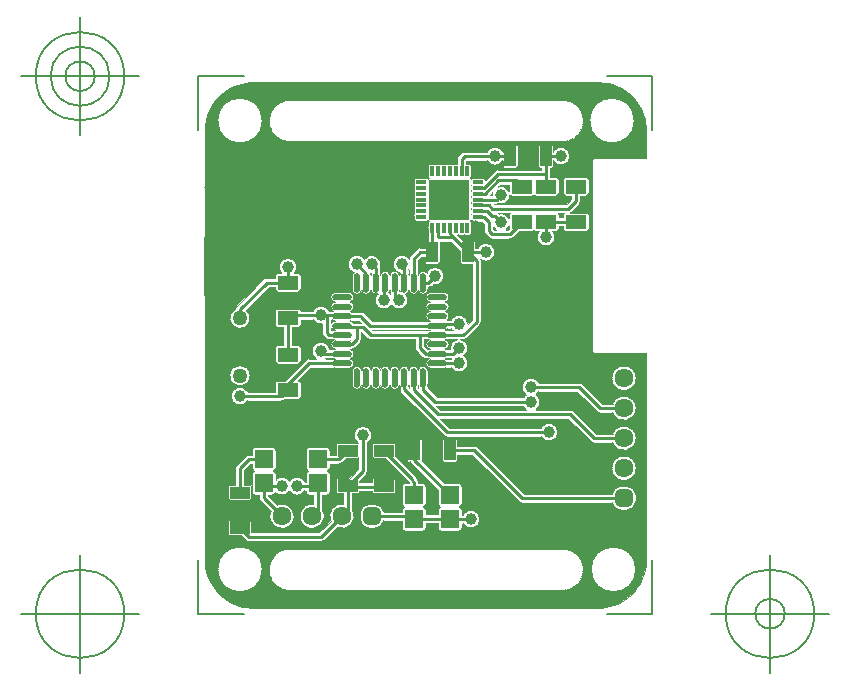
<source format=gbr>
G04 Generated by Ultiboard 14.1 *
%FSLAX34Y34*%
%MOMM*%

%ADD10C,0.0001*%
%ADD11C,0.0010*%
%ADD12C,0.2540*%
%ADD13C,0.1270*%
%ADD14C,1.0000*%
%ADD15R,1.8000X1.1500*%
%ADD16C,1.2700*%
%ADD17O,0.5400X1.7000*%
%ADD18O,1.7000X0.5400*%
%ADD19R,1.0500X1.7500*%
%ADD20R,0.3000X0.9500*%
%ADD21R,0.9500X0.3000*%
%ADD22R,3.3500X3.3500*%
%ADD23R,1.5000X1.5000*%
%ADD24R,1.7500X1.0500*%
%ADD25C,1.6088*%
%ADD26R,0.5291X0.5291*%
%ADD27C,0.9949*%


G04 ColorRGB 00FF00 for the following layer *
%LNCopper Top*%
%LPD*%
G54D10*
G36*
X76996Y251635D02*
X76996Y251635D01*
X76996Y35626D01*
G74*
D01*
G02X76997Y35599I2556J64*
G01*
X76997Y35599D01*
X77049Y31942D01*
X77408Y28415D01*
X78073Y24933D01*
X79040Y21522D01*
X80300Y18208D01*
X81843Y15017D01*
X83660Y11972D01*
X85734Y9097D01*
X88051Y6414D01*
X90594Y3943D01*
X93341Y1703D01*
X96274Y-289D01*
X99370Y-2018D01*
X102604Y-3470D01*
X105952Y-4636D01*
X109389Y-5504D01*
X112889Y-6070D01*
X116462Y-6332D01*
X117639Y-6349D01*
X408432Y-6349D01*
X412070Y-6297D01*
X415597Y-5938D01*
X419079Y-5273D01*
X422490Y-4307D01*
X425805Y-3047D01*
X428996Y-1503D01*
X432041Y313D01*
X434916Y2388D01*
X437599Y4705D01*
X440070Y7248D01*
X442310Y9995D01*
X444302Y12928D01*
X446031Y16023D01*
X447483Y19257D01*
X448648Y22606D01*
X449517Y26043D01*
X450083Y29543D01*
X450344Y33116D01*
X450361Y34267D01*
G75*
D01*
G02X450361Y34273I2557J6*
G01*
X450361Y34273D01*
X450361Y209008D01*
X407433Y209008D01*
G75*
D01*
G02X404876Y211566I0J2558*
G01*
X404876Y211566D01*
X404876Y371586D01*
G75*
D01*
G02X407433Y374143I2557J0*
G01*
X407433Y374143D01*
X450342Y374143D01*
X450342Y396644D01*
G74*
D01*
G02X450342Y396652I2558J0*
G01*
X450342Y396652D01*
X450291Y400264D01*
X449932Y403791D01*
X449267Y407273D01*
X448300Y410684D01*
X447040Y413999D01*
X445497Y417190D01*
X443680Y420235D01*
X441606Y423110D01*
X439288Y425793D01*
X436746Y428264D01*
X433998Y430504D01*
X431065Y432496D01*
X427970Y434225D01*
X424736Y435677D01*
X421388Y436842D01*
X417950Y437711D01*
X414451Y438277D01*
X410878Y438538D01*
X409993Y438551D01*
G74*
D01*
G02X409720Y438536I273J2543*
G01*
X409720Y438536D01*
X118889Y438536D01*
X118881Y438536D01*
X118881Y438536D01*
X115270Y438485D01*
X111743Y438126D01*
X108260Y437460D01*
X104849Y436494D01*
X101535Y435234D01*
X98344Y433690D01*
X95299Y431874D01*
X92424Y429800D01*
X89741Y427482D01*
X87270Y424940D01*
X85030Y422192D01*
X83038Y419259D01*
X81309Y416164D01*
X79857Y412930D01*
X78692Y409581D01*
X77823Y406144D01*
X77257Y402644D01*
X76996Y399071D01*
X76978Y397896D01*
X76978Y349443D01*
G75*
D01*
G02X76945Y349031I-2557J0*
G01*
X76945Y349031D01*
X76403Y265218D01*
X76995Y251811D01*
G75*
D01*
G02X76996Y251635I-2555J-113*
G01*
D02*
G37*
%LPC*%
G36*
X257400Y101009D02*
G74*
D01*
G02X257833Y99238I3400J1771*
G01*
X257833Y99238D01*
X257833Y98957D01*
X261500Y98957D01*
G74*
D01*
G02X264057Y96400I0J2557*
G01*
X264057Y96400D01*
X264057Y81400D01*
G75*
D01*
G02X262038Y78900I-2557J0*
G01*
G74*
D01*
G02X264057Y76400I538J2500*
G01*
X264057Y76400D01*
X264057Y72733D01*
X274423Y72733D01*
X274423Y76400D01*
G74*
D01*
G02X276442Y78900I2557J0*
G01*
G75*
D01*
G02X274423Y81400I538J2500*
G01*
X274423Y81400D01*
X274423Y93536D01*
X257775Y110184D01*
X251529Y116429D01*
G74*
D01*
G02X250910Y117240I2711J2711*
G01*
X250910Y117240D01*
X248990Y117240D01*
G75*
D01*
G02X247980Y118250I0J1010*
G01*
X247980Y118250D01*
X247980Y135750D01*
G75*
D01*
G02X248990Y136760I1010J0*
G01*
X248990Y136760D01*
X259490Y136760D01*
G74*
D01*
G02X260500Y135750I0J1010*
G01*
X260500Y135750D01*
X260500Y118301D01*
X279844Y98957D01*
X291980Y98957D01*
G74*
D01*
G02X294537Y96400I0J2557*
G01*
X294537Y96400D01*
X294537Y81400D01*
G75*
D01*
G02X292518Y78900I-2557J0*
G01*
G74*
D01*
G02X294537Y76400I538J2500*
G01*
X294537Y76400D01*
X294537Y72413D01*
X295761Y72413D01*
G75*
D01*
G02X295761Y64747I6499J-3833*
G01*
X295761Y64747D01*
X294537Y64747D01*
X294537Y61400D01*
G75*
D01*
G02X291980Y58843I-2557J0*
G01*
X291980Y58843D01*
X276980Y58843D01*
G75*
D01*
G02X274423Y61400I0J2557*
G01*
X274423Y61400D01*
X274423Y65067D01*
X264057Y65067D01*
X264057Y61400D01*
G75*
D01*
G02X261500Y58843I-2557J0*
G01*
X261500Y58843D01*
X246500Y58843D01*
G75*
D01*
G02X243943Y61400I0J2557*
G01*
X243943Y61400D01*
X243943Y67287D01*
X228289Y67287D01*
G74*
D01*
G02X221085Y61174I7204J1188*
G01*
X221085Y61174D01*
X215795Y61174D01*
G75*
D01*
G02X208494Y68475I0J7301*
G01*
X208494Y68475D01*
X208494Y73765D01*
G75*
D01*
G02X215795Y81066I7301J0*
G01*
X215795Y81066D01*
X221085Y81066D01*
G74*
D01*
G02X228289Y74953I0J7301*
G01*
X228289Y74953D01*
X243943Y74953D01*
X243943Y76400D01*
G74*
D01*
G02X245962Y78900I2557J0*
G01*
G75*
D01*
G02X243943Y81400I538J2500*
G01*
X243943Y81400D01*
X243943Y96400D01*
G75*
D01*
G02X246500Y98957I2557J0*
G01*
X246500Y98957D01*
X249828Y98957D01*
X248588Y101351D01*
X229439Y120500D01*
X219850Y120500D01*
G75*
D01*
G02X218840Y121510I0J1010*
G01*
X218840Y121510D01*
X218840Y132010D01*
G75*
D01*
G02X219850Y133020I1010J0*
G01*
X219850Y133020D01*
X237350Y133020D01*
G74*
D01*
G02X238360Y132010I0J1010*
G01*
X238360Y132010D01*
X238360Y122421D01*
X254428Y106354D01*
G74*
D01*
G02X255122Y105405I2710J2712*
G01*
X255122Y105405D01*
X257400Y101009D01*
D02*
G37*
G36*
X265725Y194150D02*
X265725Y194150D01*
X265725Y182550D01*
G75*
D01*
G02X265513Y181258I-4045J0*
G01*
X265513Y181258D01*
X265513Y179778D01*
X273428Y171863D01*
X346808Y171863D01*
G74*
D01*
G02X348985Y173990I6252J4223*
G01*
G75*
D01*
G02X359559Y184173I4075J6350*
G01*
X359559Y184173D01*
X393697Y184173D01*
G75*
D01*
G02X394051Y184157I3J-3833*
G01*
G74*
D01*
G02X396416Y183045I351J3817*
G01*
X396416Y183045D01*
X413068Y166393D01*
X422202Y166393D01*
G75*
D01*
G02X422202Y158727I9598J-3833*
G01*
X422202Y158727D01*
X411480Y158727D01*
G75*
D01*
G02X410127Y158973I0J3833*
G01*
G74*
D01*
G02X408769Y159849I1353J3587*
G01*
X408769Y159849D01*
X392112Y176507D01*
X359559Y176507D01*
G74*
D01*
G02X357135Y173990I6499J3833*
G01*
G75*
D01*
G02X357171Y161313I-4075J-6350*
G01*
X357171Y161313D01*
X386080Y161313D01*
G74*
D01*
G02X388796Y160185I0J3833*
G01*
X388796Y160185D01*
X407988Y140993D01*
X422202Y140993D01*
G75*
D01*
G02X422202Y133327I9598J-3833*
G01*
X422202Y133327D01*
X406401Y133327D01*
G75*
D01*
G02X403689Y134449I-1J3833*
G01*
X403689Y134449D01*
X384492Y153647D01*
X275955Y153647D01*
X283528Y146073D01*
X361801Y146073D01*
G75*
D01*
G02X361801Y138407I6499J-3833*
G01*
X361801Y138407D01*
X281940Y138407D01*
G75*
D01*
G02X281492Y138433I0J3833*
G01*
G74*
D01*
G02X279229Y139529I448J3807*
G01*
X279229Y139529D01*
X242969Y175789D01*
G75*
D01*
G02X241847Y178511I2711J2711*
G01*
X241847Y178511D01*
X241847Y181258D01*
G74*
D01*
G02X241680Y181947I3833J1292*
G01*
G75*
D01*
G02X233680Y181947I-4000J603*
G01*
G75*
D01*
G02X225680Y181947I-4000J603*
G01*
G75*
D01*
G02X217680Y181947I-4000J603*
G01*
G75*
D01*
G02X209680Y181947I-4000J603*
G01*
G75*
D01*
G02X201635Y182550I-4000J603*
G01*
X201635Y182550D01*
X201635Y194150D01*
G75*
D01*
G02X209680Y194753I4045J0*
G01*
G75*
D01*
G02X217680Y194753I4000J-603*
G01*
G75*
D01*
G02X225680Y194753I4000J-603*
G01*
G75*
D01*
G02X233680Y194753I4000J-603*
G01*
G75*
D01*
G02X241680Y194753I4000J-603*
G01*
G75*
D01*
G02X249680Y194753I4000J-603*
G01*
G75*
D01*
G02X257680Y194753I4000J-603*
G01*
G75*
D01*
G02X265725Y194150I4000J-603*
G01*
D02*
G37*
G36*
X263220Y285890D02*
X263220Y285890D01*
X263220Y290807D01*
X260908Y290807D01*
X257775Y287674D01*
X257513Y287412D01*
X257513Y275942D01*
G74*
D01*
G02X257680Y275253I3833J1292*
G01*
G75*
D01*
G02X264811Y277211I4000J-603*
G01*
G75*
D01*
G02X269895Y267014I6969J-2891*
G01*
X269895Y267014D01*
X269026Y266145D01*
G74*
D01*
G02X266310Y265017I2716J2705*
G01*
X266310Y265017D01*
X265725Y265017D01*
X265725Y263050D01*
G75*
D01*
G02X257680Y262447I-4045J0*
G01*
G75*
D01*
G02X249680Y262447I-4000J603*
G01*
G74*
D01*
G02X246802Y259163I4000J603*
G01*
G75*
D01*
G02X234950Y249925I-5502J-5163*
G01*
G75*
D01*
G02X223253Y259323I-6350J4075*
G01*
G75*
D01*
G02X217680Y262447I-1573J3727*
G01*
G75*
D01*
G02X209680Y262447I-4000J603*
G01*
G75*
D01*
G02X201635Y263050I-4000J603*
G01*
X201635Y263050D01*
X201635Y274650D01*
G74*
D01*
G02X202829Y277519I4045J0*
G01*
G75*
D01*
G02X212090Y288555I2911J6961*
G01*
G75*
D01*
G02X225478Y281761I6350J-4075*
G01*
G74*
D01*
G02X225513Y281240I3798J521*
G01*
X225513Y281240D01*
X225513Y275942D01*
G74*
D01*
G02X225680Y275253I3833J1292*
G01*
G75*
D01*
G02X233680Y275253I4000J-603*
G01*
G75*
D01*
G02X241680Y275253I4000J-603*
G01*
G74*
D01*
G02X241847Y275942I4000J603*
G01*
X241847Y275942D01*
X241847Y277203D01*
G75*
D01*
G02X249847Y289046I1993J7277*
G01*
G74*
D01*
G02X250969Y291711I3833J46*
G01*
X250969Y291711D01*
X256609Y297351D01*
G74*
D01*
G02X258800Y298438I2711J2711*
G01*
G75*
D01*
G02X259320Y298473I520J-3798*
G01*
X259320Y298473D01*
X263220Y298473D01*
X263220Y303390D01*
G75*
D01*
G02X264230Y304400I1010J0*
G01*
X264230Y304400D01*
X265647Y304400D01*
X265647Y315060D01*
G74*
D01*
G02X266284Y317176I3833J0*
G01*
X266284Y317176D01*
X266284Y319970D01*
G74*
D01*
G02X266718Y321040I1536J0*
G01*
G74*
D01*
G02X266056Y321542I562J1430*
G01*
G74*
D01*
G02X265070Y321184I986J1178*
G01*
X265070Y321184D01*
X255570Y321184D01*
G75*
D01*
G02X254034Y322720I0J1536*
G01*
X254034Y322720D01*
X254034Y325720D01*
G74*
D01*
G02X254404Y326720I1536J0*
G01*
G75*
D01*
G02X254034Y327720I1166J1000*
G01*
X254034Y327720D01*
X254034Y330720D01*
G74*
D01*
G02X254404Y331720I1536J0*
G01*
G75*
D01*
G02X254034Y332720I1166J1000*
G01*
X254034Y332720D01*
X254034Y335720D01*
G74*
D01*
G02X254404Y336720I1536J0*
G01*
G75*
D01*
G02X254034Y337720I1166J1000*
G01*
X254034Y337720D01*
X254034Y340720D01*
G74*
D01*
G02X254404Y341720I1536J0*
G01*
G75*
D01*
G02X254034Y342720I1166J1000*
G01*
X254034Y342720D01*
X254034Y345720D01*
G74*
D01*
G02X254404Y346720I1536J0*
G01*
G75*
D01*
G02X254034Y347720I1166J1000*
G01*
X254034Y347720D01*
X254034Y350720D01*
G74*
D01*
G02X254404Y351720I1536J0*
G01*
G75*
D01*
G02X254034Y352720I1166J1000*
G01*
X254034Y352720D01*
X254034Y355720D01*
G75*
D01*
G02X255570Y357256I1536J0*
G01*
X255570Y357256D01*
X265070Y357256D01*
G74*
D01*
G02X266056Y356898I0J1536*
G01*
G74*
D01*
G02X266718Y357400I1224J928*
G01*
G75*
D01*
G02X266284Y358470I1102J1070*
G01*
X266284Y358470D01*
X266284Y367970D01*
G75*
D01*
G02X267820Y369506I1536J0*
G01*
X267820Y369506D01*
X270820Y369506D01*
G74*
D01*
G02X271820Y369136I0J1536*
G01*
G75*
D01*
G02X272820Y369506I1000J-1166*
G01*
X272820Y369506D01*
X275820Y369506D01*
G74*
D01*
G02X276820Y369136I0J1536*
G01*
G75*
D01*
G02X277820Y369506I1000J-1166*
G01*
X277820Y369506D01*
X280820Y369506D01*
G74*
D01*
G02X281820Y369136I0J1536*
G01*
G75*
D01*
G02X282820Y369506I1000J-1166*
G01*
X282820Y369506D01*
X285820Y369506D01*
G74*
D01*
G02X286820Y369136I0J1536*
G01*
G75*
D01*
G02X287820Y369506I1000J-1166*
G01*
X287820Y369506D01*
X290487Y369506D01*
X290487Y373369D01*
G75*
D01*
G02X291609Y376091I3833J11*
G01*
X291609Y376091D01*
X294149Y378631D01*
G74*
D01*
G02X296556Y379741I2711J2711*
G01*
G75*
D01*
G02X296860Y379753I304J-3821*
G01*
X296860Y379753D01*
X316081Y379753D01*
G75*
D01*
G02X329079Y379753I6499J-3833*
G01*
X329079Y379753D01*
X329260Y379753D01*
X329260Y384670D01*
G75*
D01*
G02X330270Y385680I1010J0*
G01*
X330270Y385680D01*
X340770Y385680D01*
G74*
D01*
G02X341780Y384670I0J1010*
G01*
X341780Y384670D01*
X341780Y367170D01*
G75*
D01*
G02X340770Y366160I-1010J0*
G01*
X340770Y366160D01*
X330270Y366160D01*
G75*
D01*
G02X329260Y367170I0J1010*
G01*
X329260Y367170D01*
X329260Y372087D01*
X329079Y372087D01*
G75*
D01*
G02X316081Y372087I-6499J3833*
G01*
X316081Y372087D01*
X298448Y372087D01*
X298153Y371792D01*
X298153Y369506D01*
X300780Y369506D01*
G74*
D01*
G02X302316Y367970I0J1536*
G01*
X302316Y367970D01*
X302316Y358470D01*
G75*
D01*
G02X301673Y357220I-1536J0*
G01*
G74*
D01*
G02X302231Y356474I893J1250*
G01*
G75*
D01*
G02X303570Y357256I1339J-754*
G01*
X303570Y357256D01*
X313070Y357256D01*
G74*
D01*
G02X314606Y355720I0J1536*
G01*
X314606Y355720D01*
X314606Y355588D01*
X322409Y363391D01*
G75*
D01*
G02X325126Y364513I2711J-2711*
G01*
X325126Y364513D01*
X361687Y364513D01*
X361687Y366160D01*
X360270Y366160D01*
G75*
D01*
G02X359260Y367170I0J1010*
G01*
X359260Y367170D01*
X359260Y384670D01*
G75*
D01*
G02X360270Y385680I1010J0*
G01*
X360270Y385680D01*
X370770Y385680D01*
G74*
D01*
G02X371780Y384670I0J1010*
G01*
X371780Y384670D01*
X371780Y379753D01*
X371961Y379753D01*
G75*
D01*
G02X371961Y372087I6499J-3833*
G01*
X371961Y372087D01*
X371780Y372087D01*
X371780Y367170D01*
G75*
D01*
G02X370770Y366160I-1010J0*
G01*
X370770Y366160D01*
X369353Y366160D01*
X369353Y358045D01*
X374760Y358045D01*
G74*
D01*
G02X376775Y356030I0J2015*
G01*
X376775Y356030D01*
X376775Y344530D01*
G75*
D01*
G02X374760Y342515I-2015J0*
G01*
X374760Y342515D01*
X356760Y342515D01*
G75*
D01*
G02X355600Y342883I0J2015*
G01*
G74*
D01*
G02X354440Y342515I1160J1647*
G01*
X354440Y342515D01*
X336440Y342515D01*
G75*
D01*
G02X335205Y342938I0J2015*
G01*
G75*
D01*
G02X325459Y335683I-7545J-38*
G01*
G74*
D01*
G02X323980Y335387I1479J3537*
G01*
X323980Y335387D01*
X321545Y335387D01*
X321628Y335303D01*
X383222Y335303D01*
X387327Y339408D01*
X387327Y342515D01*
X382160Y342515D01*
G75*
D01*
G02X380145Y344530I0J2015*
G01*
X380145Y344530D01*
X380145Y356030D01*
G75*
D01*
G02X382160Y358045I2015J0*
G01*
X382160Y358045D01*
X400160Y358045D01*
G74*
D01*
G02X402175Y356030I0J2015*
G01*
X402175Y356030D01*
X402175Y344530D01*
G75*
D01*
G02X400160Y342515I-2015J0*
G01*
X400160Y342515D01*
X394993Y342515D01*
X394993Y337820D01*
G75*
D01*
G02X393865Y335104I-3833J0*
G01*
X393865Y335104D01*
X387526Y328765D01*
G74*
D01*
G02X386531Y328045I2716J2705*
G01*
X386531Y328045D01*
X400160Y328045D01*
G74*
D01*
G02X402175Y326030I0J2015*
G01*
X402175Y326030D01*
X402175Y314530D01*
G75*
D01*
G02X400160Y312515I-2015J0*
G01*
X400160Y312515D01*
X382160Y312515D01*
G75*
D01*
G02X380145Y314530I0J2015*
G01*
X380145Y314530D01*
X380145Y316447D01*
X376775Y316447D01*
X376775Y314530D01*
G75*
D01*
G02X374760Y312515I-2015J0*
G01*
X374760Y312515D01*
X371250Y312515D01*
G75*
D01*
G02X360270Y312515I-5490J-5175*
G01*
X360270Y312515D01*
X356760Y312515D01*
G75*
D01*
G02X355600Y312883I0J2015*
G01*
G74*
D01*
G02X354440Y312515I1160J1647*
G01*
X354440Y312515D01*
X343097Y312515D01*
X337756Y307175D01*
G74*
D01*
G02X335040Y306047I2716J2705*
G01*
X335040Y306047D01*
X320047Y306047D01*
G75*
D01*
G02X317329Y307169I-7J3833*
G01*
X317329Y307169D01*
X314789Y309709D01*
G75*
D01*
G02X313667Y312428I2711J2711*
G01*
X313667Y312428D01*
X313667Y318452D01*
X311732Y320387D01*
X308320Y320387D01*
G75*
D01*
G02X305980Y321184I0J3833*
G01*
X305980Y321184D01*
X303570Y321184D01*
G75*
D01*
G02X302231Y321966I0J1536*
G01*
G74*
D01*
G02X301673Y321220I1451J504*
G01*
G74*
D01*
G02X302316Y319970I893J1250*
G01*
X302316Y319970D01*
X302316Y310470D01*
G75*
D01*
G02X300780Y308934I-1536J0*
G01*
X300780Y308934D01*
X297780Y308934D01*
G75*
D01*
G02X296800Y309287I0J1536*
G01*
G74*
D01*
G02X295820Y308934I980J1183*
G01*
X295820Y308934D01*
X292820Y308934D01*
G75*
D01*
G02X291820Y309304I0J1536*
G01*
G74*
D01*
G02X290820Y308934I1000J1166*
G01*
X290820Y308934D01*
X290608Y308934D01*
X295141Y304400D01*
X304730Y304400D01*
G74*
D01*
G02X305740Y303390I0J1010*
G01*
X305740Y303390D01*
X305740Y298473D01*
X308461Y298473D01*
G75*
D01*
G02X310661Y288440I6499J-3833*
G01*
G74*
D01*
G02X310933Y287020I3561J1420*
G01*
X310933Y287020D01*
X310933Y235980D01*
G75*
D01*
G02X309805Y233264I-3833J0*
G01*
X309805Y233264D01*
X298436Y221895D01*
G74*
D01*
G02X296666Y220885I2716J2705*
G01*
G75*
D01*
G02X295715Y220767I-946J3715*
G01*
X295715Y220767D01*
X293539Y220767D01*
G75*
D01*
G02X296175Y207010I-1439J-7407*
G01*
G75*
D01*
G02X285601Y196827I-4075J-6350*
G01*
X285601Y196827D01*
X281188Y196827D01*
G74*
D01*
G02X279730Y196555I1458J3773*
G01*
X279730Y196555D01*
X268130Y196555D01*
G75*
D01*
G02X267527Y204600I0J4045*
G01*
G74*
D01*
G02X266838Y204767I603J4000*
G01*
X266838Y204767D01*
X263840Y204767D01*
G75*
D01*
G02X262512Y205004I0J3833*
G01*
G74*
D01*
G02X261129Y205889I1328J3596*
G01*
X261129Y205889D01*
X257775Y209244D01*
X256369Y210649D01*
G75*
D01*
G02X255247Y213369I2711J2711*
G01*
X255247Y213369D01*
X255247Y220767D01*
X217360Y220767D01*
G75*
D01*
G02X216026Y221006I0J3833*
G01*
G74*
D01*
G02X214649Y221889I1334J3594*
G01*
X214649Y221889D01*
X209573Y226965D01*
X209573Y220980D01*
G75*
D01*
G02X208445Y218264I-3833J0*
G01*
X208445Y218264D01*
X204076Y213895D01*
G74*
D01*
G02X201360Y212767I2716J2705*
G01*
X201360Y212767D01*
X200522Y212767D01*
G74*
D01*
G02X199833Y212600I1292J3833*
G01*
G75*
D01*
G02X199833Y204600I-603J-4000*
G01*
G75*
D01*
G02X199230Y196555I-603J-4000*
G01*
X199230Y196555D01*
X187630Y196555D01*
G75*
D01*
G02X186338Y196767I0J4045*
G01*
X186338Y196767D01*
X166628Y196767D01*
X162731Y192869D01*
X162731Y192869D01*
X162731Y192869D01*
X162731Y192869D01*
X155666Y185805D01*
X156320Y185805D01*
G74*
D01*
G02X158335Y183790I0J2015*
G01*
X158335Y183790D01*
X158335Y172290D01*
G75*
D01*
G02X156320Y170275I-2015J0*
G01*
X156320Y170275D01*
X144977Y170275D01*
X144716Y170015D01*
G74*
D01*
G02X142000Y168887I2716J2705*
G01*
X142000Y168887D01*
X113179Y168887D01*
G75*
D01*
G02X113179Y176553I-6499J3833*
G01*
X113179Y176553D01*
X136305Y176553D01*
X136305Y183790D01*
G75*
D01*
G02X138320Y185805I2015J0*
G01*
X138320Y185805D01*
X144823Y185805D01*
X157309Y198291D01*
X157309Y198291D01*
X157309Y198291D01*
X157309Y198291D01*
X162329Y203311D01*
G75*
D01*
G02X165045Y204433I2711J-2711*
G01*
X165045Y204433D01*
X171243Y204433D01*
G75*
D01*
G02X182630Y212433I4017J6387*
G01*
X182630Y212433D01*
X186338Y212433D01*
G74*
D01*
G02X187027Y212600I1292J3833*
G01*
G75*
D01*
G02X187027Y220600I603J4000*
G01*
G74*
D01*
G02X186338Y220767I603J4000*
G01*
X186338Y220767D01*
X181800Y220767D01*
G75*
D01*
G02X180717Y220923I0J3833*
G01*
G74*
D01*
G02X179089Y221889I1083J3677*
G01*
X179089Y221889D01*
X177629Y223349D01*
G75*
D01*
G02X176507Y226070I2711J2711*
G01*
X176507Y226070D01*
X176507Y233859D01*
G75*
D01*
G02X168761Y237467I-1247J7441*
G01*
X168761Y237467D01*
X158335Y237467D01*
X158335Y233250D01*
G75*
D01*
G02X156320Y231235I-2015J0*
G01*
X156320Y231235D01*
X151153Y231235D01*
X151153Y215805D01*
X156320Y215805D01*
G74*
D01*
G02X158335Y213790I0J2015*
G01*
X158335Y213790D01*
X158335Y202290D01*
G75*
D01*
G02X156320Y200275I-2015J0*
G01*
X156320Y200275D01*
X138320Y200275D01*
G75*
D01*
G02X136305Y202290I0J2015*
G01*
X136305Y202290D01*
X136305Y213790D01*
G75*
D01*
G02X138320Y215805I2015J0*
G01*
X138320Y215805D01*
X143487Y215805D01*
X143487Y231235D01*
X138320Y231235D01*
G75*
D01*
G02X136305Y233250I0J2015*
G01*
X136305Y233250D01*
X136305Y244750D01*
G75*
D01*
G02X138320Y246765I2015J0*
G01*
X138320Y246765D01*
X156320Y246765D01*
G74*
D01*
G02X158298Y245133I0J2015*
G01*
X158298Y245133D01*
X168761Y245133D01*
G75*
D01*
G02X181759Y245133I6499J-3833*
G01*
X181759Y245133D01*
X185545Y245133D01*
G75*
D01*
G02X187027Y252600I2085J3467*
G01*
G75*
D01*
G02X187630Y260645I603J4000*
G01*
X187630Y260645D01*
X199230Y260645D01*
G75*
D01*
G02X199833Y252600I0J-4045*
G01*
G75*
D01*
G02X199833Y244600I-603J-4000*
G01*
G74*
D01*
G02X200522Y244433I603J4000*
G01*
X200522Y244433D01*
X208980Y244433D01*
G74*
D01*
G02X211961Y243011I0J3833*
G01*
G74*
D01*
G02X212261Y242741I2411J2981*
G01*
X212261Y242741D01*
X218568Y236433D01*
X266838Y236433D01*
G74*
D01*
G02X267527Y236600I1292J3833*
G01*
G75*
D01*
G02X267527Y244600I603J4000*
G01*
G75*
D01*
G02X267527Y252600I603J4000*
G01*
G75*
D01*
G02X268130Y260645I603J4000*
G01*
X268130Y260645D01*
X279730Y260645D01*
G75*
D01*
G02X280333Y252600I0J-4045*
G01*
G75*
D01*
G02X280333Y244600I-603J-4000*
G01*
G75*
D01*
G02X282345Y237513I-603J-4000*
G01*
X282345Y237513D01*
X285601Y237513D01*
G75*
D01*
G02X299640Y233942I6499J-3833*
G01*
X299640Y233942D01*
X303267Y237568D01*
X303267Y284880D01*
X294230Y284880D01*
G75*
D01*
G02X293220Y285890I0J1010*
G01*
X293220Y285890D01*
X293220Y295479D01*
X285312Y303387D01*
X275740Y303387D01*
X275740Y285890D01*
G75*
D01*
G02X274730Y284880I-1010J0*
G01*
X274730Y284880D01*
X264230Y284880D01*
G75*
D01*
G02X263220Y285890I0J1010*
G01*
D02*
G37*
G36*
X379396Y43683D02*
G74*
D01*
G02X379798Y43651I0J2557*
G01*
X379798Y43651D01*
X379903Y43651D01*
G74*
D01*
G02X380063Y43646I0J2557*
G01*
X380063Y43646D01*
X381358Y43568D01*
G74*
D01*
G02X381585Y43544I150J2553*
G01*
X381585Y43544D01*
X382878Y43352D01*
G74*
D01*
G02X383101Y43308I376J2530*
G01*
X383101Y43308D01*
X384367Y43005D01*
G74*
D01*
G02X384583Y42944I594J2487*
G01*
X384583Y42944D01*
X385823Y42529D01*
G74*
D01*
G02X386034Y42448I810J2425*
G01*
X386034Y42448D01*
X387227Y41930D01*
G74*
D01*
G02X387431Y41831I1015J2347*
G01*
X387431Y41831D01*
X388578Y41209D01*
G74*
D01*
G02X388772Y41093I1217J2249*
G01*
X388772Y41093D01*
X389863Y40372D01*
G74*
D01*
G02X390046Y40239I1411J2133*
G01*
X390046Y40239D01*
X391062Y39431D01*
G74*
D01*
G02X391235Y39282I1586J2005*
G01*
X391235Y39282D01*
X392184Y38382D01*
G74*
D01*
G02X392339Y38222I1760J1856*
G01*
X392339Y38222D01*
X393205Y37244D01*
G74*
D01*
G02X393346Y37070I1914J1697*
G01*
X393346Y37070D01*
X394122Y36023D01*
G74*
D01*
G02X394249Y35834I2052J1526*
G01*
X394249Y35834D01*
X394933Y34720D01*
G74*
D01*
G02X395043Y34522I2179J1337*
G01*
X395043Y34522D01*
X395624Y33358D01*
G74*
D01*
G02X395716Y33152I2287J1145*
G01*
X395716Y33152D01*
X396196Y31935D01*
G74*
D01*
G02X396270Y31719I2379J938*
G01*
X396270Y31719D01*
X396640Y30474D01*
G74*
D01*
G02X396695Y30255I2451J730*
G01*
X396695Y30255D01*
X396956Y28975D01*
G74*
D01*
G02X396992Y28753I2505J513*
G01*
X396992Y28753D01*
X397139Y27459D01*
G74*
D01*
G02X397156Y27232I2540J295*
G01*
X397156Y27232D01*
X397191Y25927D01*
G75*
D01*
G02X397187Y25702I-2557J-70*
G01*
X397187Y25702D01*
X397108Y24399D01*
G74*
D01*
G02X397085Y24175I2553J153*
G01*
X397085Y24175D01*
X396892Y22882D01*
G74*
D01*
G02X396848Y22658I2529J376*
G01*
X396848Y22658D01*
X396546Y21393D01*
G74*
D01*
G02X396484Y21177I2488J594*
G01*
X396484Y21177D01*
X396071Y19940D01*
G74*
D01*
G02X395990Y19728I2427J807*
G01*
X395990Y19728D01*
X395469Y18530D01*
G74*
D01*
G02X395372Y18329I2346J1018*
G01*
X395372Y18329D01*
X394751Y17185D01*
G74*
D01*
G02X394633Y16988I2251J1214*
G01*
X394633Y16988D01*
X393912Y15897D01*
G74*
D01*
G02X393779Y15714I2133J1411*
G01*
X393779Y15714D01*
X392970Y14695D01*
G74*
D01*
G02X392822Y14525I2004J1589*
G01*
X392822Y14525D01*
X391925Y13579D01*
G74*
D01*
G02X391762Y13421I1858J1757*
G01*
X391762Y13421D01*
X390784Y12554D01*
G74*
D01*
G02X390608Y12412I1696J1915*
G01*
X390608Y12412D01*
X389560Y11636D01*
G74*
D01*
G02X389371Y11508I1523J2054*
G01*
X389371Y11508D01*
X388264Y10829D01*
G74*
D01*
G02X388065Y10718I1341J2178*
G01*
X388065Y10718D01*
X386895Y10135D01*
G74*
D01*
G02X386689Y10043I1142J2288*
G01*
X386689Y10043D01*
X385480Y9566D01*
G74*
D01*
G02X385265Y9491I943J2377*
G01*
X385265Y9491D01*
X384014Y9120D01*
G74*
D01*
G02X383795Y9065I730J2451*
G01*
X383795Y9065D01*
X382515Y8804D01*
G74*
D01*
G02X382293Y8769I512J2505*
G01*
X382293Y8769D01*
X380994Y8620D01*
G74*
D01*
G02X380768Y8604I290J2541*
G01*
X380768Y8604D01*
X379467Y8569D01*
G74*
D01*
G02X379397Y8569I70J2557*
G01*
X379397Y8569D01*
X148900Y8569D01*
G75*
D01*
G02X148495Y8601I0J2557*
G01*
X148495Y8601D01*
X148398Y8601D01*
G75*
D01*
G02X148238Y8605I-5J2557*
G01*
X148238Y8605D01*
X146933Y8685D01*
G74*
D01*
G02X146707Y8708I155J2552*
G01*
X146707Y8708D01*
X145423Y8900D01*
G74*
D01*
G02X145199Y8943I372J2530*
G01*
X145199Y8943D01*
X143931Y9246D01*
G74*
D01*
G02X143713Y9308I592J2488*
G01*
X143713Y9308D01*
X142473Y9723D01*
G74*
D01*
G02X142261Y9804I810J2425*
G01*
X142261Y9804D01*
X141068Y10322D01*
G74*
D01*
G02X140865Y10421I1016J2347*
G01*
X140865Y10421D01*
X139716Y11044D01*
G74*
D01*
G02X139520Y11161I1219J2248*
G01*
X139520Y11161D01*
X138433Y11880D01*
G74*
D01*
G02X138251Y12013I1411J2133*
G01*
X138251Y12013D01*
X137231Y12823D01*
G74*
D01*
G02X137061Y12970I1590J2003*
G01*
X137061Y12970D01*
X136115Y13867D01*
G74*
D01*
G02X135957Y14030I1757J1859*
G01*
X135957Y14030D01*
X135091Y15008D01*
G74*
D01*
G02X134950Y15182I1914J1697*
G01*
X134950Y15182D01*
X134173Y16231D01*
G74*
D01*
G02X134047Y16418I2053J1524*
G01*
X134047Y16418D01*
X133363Y17532D01*
G74*
D01*
G02X133253Y17730I2180J1338*
G01*
X133253Y17730D01*
X132671Y18897D01*
G74*
D01*
G02X132579Y19103I2288J1142*
G01*
X132579Y19103D01*
X132102Y20311D01*
G74*
D01*
G02X132027Y20527I2377J944*
G01*
X132027Y20527D01*
X131655Y21781D01*
G74*
D01*
G02X131600Y22002I2452J727*
G01*
X131600Y22002D01*
X131340Y23277D01*
G74*
D01*
G02X131305Y23499I2505J513*
G01*
X131305Y23499D01*
X131156Y24796D01*
G74*
D01*
G02X131141Y25020I2541J292*
G01*
X131141Y25020D01*
X131106Y26321D01*
G75*
D01*
G02X131109Y26550I2556J74*
G01*
X131109Y26550D01*
X131188Y27855D01*
G74*
D01*
G02X131212Y28082I2553J155*
G01*
X131212Y28082D01*
X131403Y29365D01*
G74*
D01*
G02X131446Y29589I2531J371*
G01*
X131446Y29589D01*
X131750Y30859D01*
G74*
D01*
G02X131812Y31075I2488J594*
G01*
X131812Y31075D01*
X132226Y32315D01*
G74*
D01*
G02X132308Y32526I2426J810*
G01*
X132308Y32526D01*
X132827Y33722D01*
G74*
D01*
G02X132925Y33923I2346J1018*
G01*
X132925Y33923D01*
X133547Y35072D01*
G74*
D01*
G02X133665Y35268I2249J1219*
G01*
X133665Y35268D01*
X134382Y36351D01*
G74*
D01*
G02X134514Y36534I2135J1407*
G01*
X134514Y36534D01*
X135327Y37557D01*
G74*
D01*
G02X135474Y37727I2003J1589*
G01*
X135474Y37727D01*
X136374Y38676D01*
G74*
D01*
G02X136537Y38833I1856J1760*
G01*
X136537Y38833D01*
X137512Y39697D01*
G74*
D01*
G02X137686Y39838I1696J1914*
G01*
X137686Y39838D01*
X138732Y40614D01*
G74*
D01*
G02X138921Y40741I1527J2052*
G01*
X138921Y40741D01*
X140033Y41423D01*
G74*
D01*
G02X140231Y41534I1340J2177*
G01*
X140231Y41534D01*
X141401Y42117D01*
G74*
D01*
G02X141607Y42209I1142J2288*
G01*
X141607Y42209D01*
X142817Y42687D01*
G74*
D01*
G02X143031Y42761I942J2378*
G01*
X143031Y42761D01*
X144284Y43133D01*
G74*
D01*
G02X144503Y43187I728J2452*
G01*
X144503Y43187D01*
X145782Y43448D01*
G74*
D01*
G02X146008Y43484I511J2505*
G01*
X146008Y43484D01*
X147297Y43631D01*
G74*
D01*
G02X147524Y43648I295J2540*
G01*
X147524Y43648D01*
X148830Y43683D01*
G75*
D01*
G02X148944Y43683I69J-2557*
G01*
X148944Y43683D01*
X379396Y43683D01*
D02*
G37*
G36*
X379351Y423651D02*
G75*
D01*
G02X379396Y423651I45J-2557*
G01*
X379396Y423651D01*
X379903Y423651D01*
G74*
D01*
G02X380063Y423646I0J2557*
G01*
X380063Y423646D01*
X381358Y423568D01*
G74*
D01*
G02X381585Y423544I150J2553*
G01*
X381585Y423544D01*
X382878Y423352D01*
G74*
D01*
G02X383101Y423308I376J2530*
G01*
X383101Y423308D01*
X384367Y423005D01*
G74*
D01*
G02X384583Y422944I594J2487*
G01*
X384583Y422944D01*
X385823Y422529D01*
G74*
D01*
G02X386034Y422448I810J2425*
G01*
X386034Y422448D01*
X387227Y421930D01*
G74*
D01*
G02X387431Y421831I1015J2347*
G01*
X387431Y421831D01*
X388578Y421209D01*
G74*
D01*
G02X388772Y421093I1217J2249*
G01*
X388772Y421093D01*
X389863Y420372D01*
G74*
D01*
G02X390046Y420239I1411J2133*
G01*
X390046Y420239D01*
X391062Y419431D01*
G74*
D01*
G02X391235Y419282I1586J2005*
G01*
X391235Y419282D01*
X392184Y418382D01*
G74*
D01*
G02X392339Y418222I1760J1856*
G01*
X392339Y418222D01*
X393205Y417244D01*
G74*
D01*
G02X393346Y417070I1914J1697*
G01*
X393346Y417070D01*
X394122Y416023D01*
G74*
D01*
G02X394249Y415834I2052J1526*
G01*
X394249Y415834D01*
X394933Y414720D01*
G74*
D01*
G02X395043Y414522I2179J1337*
G01*
X395043Y414522D01*
X395624Y413358D01*
G74*
D01*
G02X395716Y413152I2287J1145*
G01*
X395716Y413152D01*
X396196Y411935D01*
G74*
D01*
G02X396270Y411719I2379J938*
G01*
X396270Y411719D01*
X396640Y410474D01*
G74*
D01*
G02X396695Y410255I2451J730*
G01*
X396695Y410255D01*
X396956Y408975D01*
G74*
D01*
G02X396992Y408753I2505J513*
G01*
X396992Y408753D01*
X397139Y407459D01*
G74*
D01*
G02X397156Y407232I2540J295*
G01*
X397156Y407232D01*
X397191Y405927D01*
G75*
D01*
G02X397187Y405702I-2557J-70*
G01*
X397187Y405702D01*
X397108Y404399D01*
G74*
D01*
G02X397085Y404175I2553J153*
G01*
X397085Y404175D01*
X396892Y402882D01*
G74*
D01*
G02X396848Y402658I2529J376*
G01*
X396848Y402658D01*
X396546Y401393D01*
G74*
D01*
G02X396484Y401177I2488J594*
G01*
X396484Y401177D01*
X396071Y399940D01*
G74*
D01*
G02X395990Y399728I2427J807*
G01*
X395990Y399728D01*
X395469Y398530D01*
G74*
D01*
G02X395372Y398329I2346J1018*
G01*
X395372Y398329D01*
X394751Y397185D01*
G74*
D01*
G02X394633Y396988I2251J1214*
G01*
X394633Y396988D01*
X393912Y395897D01*
G74*
D01*
G02X393779Y395714I2133J1411*
G01*
X393779Y395714D01*
X392970Y394695D01*
G74*
D01*
G02X392822Y394525I2004J1589*
G01*
X392822Y394525D01*
X391925Y393579D01*
G74*
D01*
G02X391762Y393421I1858J1757*
G01*
X391762Y393421D01*
X390784Y392554D01*
G74*
D01*
G02X390608Y392412I1696J1915*
G01*
X390608Y392412D01*
X389560Y391636D01*
G74*
D01*
G02X389371Y391508I1523J2054*
G01*
X389371Y391508D01*
X388264Y390829D01*
G74*
D01*
G02X388065Y390718I1341J2178*
G01*
X388065Y390718D01*
X386895Y390135D01*
G74*
D01*
G02X386689Y390043I1142J2288*
G01*
X386689Y390043D01*
X385480Y389566D01*
G74*
D01*
G02X385265Y389491I943J2377*
G01*
X385265Y389491D01*
X384014Y389120D01*
G74*
D01*
G02X383795Y389065I730J2451*
G01*
X383795Y389065D01*
X382515Y388804D01*
G74*
D01*
G02X382293Y388769I512J2505*
G01*
X382293Y388769D01*
X380994Y388620D01*
G74*
D01*
G02X380768Y388604I290J2541*
G01*
X380768Y388604D01*
X379738Y388577D01*
G74*
D01*
G02X379397Y388554I341J2534*
G01*
X379397Y388554D01*
X148900Y388554D01*
G75*
D01*
G02X148856Y388554I0J2557*
G01*
X148856Y388554D01*
X148398Y388554D01*
G75*
D01*
G02X148238Y388559I-5J2558*
G01*
X148238Y388559D01*
X146933Y388638D01*
G74*
D01*
G02X146707Y388662I155J2553*
G01*
X146707Y388662D01*
X145423Y388853D01*
G74*
D01*
G02X145199Y388896I372J2530*
G01*
X145199Y388896D01*
X143928Y389201D01*
G74*
D01*
G02X143710Y389263I595J2487*
G01*
X143710Y389263D01*
X142473Y389676D01*
G74*
D01*
G02X142262Y389757I810J2426*
G01*
X142262Y389757D01*
X141068Y390276D01*
G74*
D01*
G02X140865Y390374I1016J2347*
G01*
X140865Y390374D01*
X139718Y390996D01*
G74*
D01*
G02X139524Y391112I1217J2250*
G01*
X139524Y391112D01*
X138436Y391832D01*
G74*
D01*
G02X138254Y391964I1408J2135*
G01*
X138254Y391964D01*
X137232Y392776D01*
G74*
D01*
G02X137061Y392924I1589J2004*
G01*
X137061Y392924D01*
X136112Y393824D01*
G74*
D01*
G02X136079Y393855I1760J1855*
G01*
G74*
D01*
G02X135957Y393984I1793J1824*
G01*
X135957Y393984D01*
X135093Y394959D01*
G74*
D01*
G02X134950Y395136I1912J1699*
G01*
X134950Y395136D01*
X134172Y396185D01*
G74*
D01*
G02X134047Y396371I2054J1523*
G01*
X134047Y396371D01*
X133363Y397486D01*
G74*
D01*
G02X133252Y397686I2180J1337*
G01*
X133252Y397686D01*
X132671Y398849D01*
G74*
D01*
G02X132580Y399054I2288J1144*
G01*
X132580Y399054D01*
X132102Y400265D01*
G74*
D01*
G02X132027Y400481I2377J944*
G01*
X132027Y400481D01*
X131655Y401734D01*
G74*
D01*
G02X131600Y401955I2452J728*
G01*
X131600Y401955D01*
X131340Y403230D01*
G74*
D01*
G02X131305Y403453I2505J513*
G01*
X131305Y403453D01*
X131156Y404752D01*
G74*
D01*
G02X131141Y404974I2541J290*
G01*
X131141Y404974D01*
X131106Y406275D01*
G75*
D01*
G02X131109Y406503I2556J74*
G01*
X131109Y406503D01*
X131188Y407809D01*
G74*
D01*
G02X131212Y408035I2553J155*
G01*
X131212Y408035D01*
X131403Y409319D01*
G74*
D01*
G02X131446Y409542I2531J372*
G01*
X131446Y409542D01*
X131750Y410812D01*
G74*
D01*
G02X131812Y411028I2488J594*
G01*
X131812Y411028D01*
X132226Y412269D01*
G74*
D01*
G02X132308Y412480I2426J811*
G01*
X132308Y412480D01*
X132827Y413675D01*
G74*
D01*
G02X132925Y413876I2346J1017*
G01*
X132925Y413876D01*
X133547Y415025D01*
G74*
D01*
G02X133664Y415219I2249J1218*
G01*
X133664Y415219D01*
X134384Y416308D01*
G74*
D01*
G02X134514Y416488I2133J1411*
G01*
X134514Y416488D01*
X135327Y417511D01*
G74*
D01*
G02X135474Y417681I2003J1590*
G01*
X135474Y417681D01*
X136374Y418629D01*
G74*
D01*
G02X136537Y418787I1856J1759*
G01*
X136537Y418787D01*
X137509Y419648D01*
G74*
D01*
G02X137686Y419792I1699J1911*
G01*
X137686Y419792D01*
X138735Y420569D01*
G74*
D01*
G02X138921Y420695I1524J2054*
G01*
X138921Y420695D01*
X140033Y421377D01*
G74*
D01*
G02X140231Y421487I1340J2178*
G01*
X140231Y421487D01*
X141401Y422071D01*
G74*
D01*
G02X141607Y422163I1142J2288*
G01*
X141607Y422163D01*
X142820Y422642D01*
G74*
D01*
G02X143035Y422715I939J2379*
G01*
X143035Y422715D01*
X144284Y423086D01*
G74*
D01*
G02X144502Y423141I728J2451*
G01*
X144502Y423141D01*
X145781Y423402D01*
G74*
D01*
G02X146003Y423437I512J2506*
G01*
X146003Y423437D01*
X147297Y423585D01*
G74*
D01*
G02X147524Y423601I295J2540*
G01*
X147524Y423601D01*
X148566Y423629D01*
G75*
D01*
G02X148899Y423651I333J-2535*
G01*
X148899Y423651D01*
X379351Y423651D01*
D02*
G37*
G36*
X87881Y26110D02*
G75*
D01*
G02X87881Y26110I18816J0*
G01*
D02*
G37*
G36*
X98039Y190077D02*
G75*
D01*
G02X98039Y190077I8641J0*
G01*
D02*
G37*
G36*
X102847Y111749D02*
G75*
D01*
G02X103969Y114471I3833J11*
G01*
X103969Y114471D01*
X111589Y122091D01*
G74*
D01*
G02X113526Y123134I2711J2711*
G01*
G75*
D01*
G02X114300Y123213I774J-3754*
G01*
X114300Y123213D01*
X116943Y123213D01*
X116943Y126880D01*
G75*
D01*
G02X119500Y129437I2557J0*
G01*
X119500Y129437D01*
X134500Y129437D01*
G74*
D01*
G02X137057Y126880I0J2557*
G01*
X137057Y126880D01*
X137057Y111880D01*
G75*
D01*
G02X135038Y109380I-2557J0*
G01*
G74*
D01*
G02X137057Y106880I538J2500*
G01*
X137057Y106880D01*
X137057Y102003D01*
G75*
D01*
G02X148590Y100595I5183J-5483*
G01*
G75*
D01*
G02X161439Y100353I6350J-4075*
G01*
X161439Y100353D01*
X162663Y100353D01*
X162663Y106880D01*
G74*
D01*
G02X164682Y109380I2557J0*
G01*
G75*
D01*
G02X162663Y111880I538J2500*
G01*
X162663Y111880D01*
X162663Y126880D01*
G75*
D01*
G02X165220Y129437I2557J0*
G01*
X165220Y129437D01*
X180220Y129437D01*
G74*
D01*
G02X182777Y126880I0J2557*
G01*
X182777Y126880D01*
X182777Y123213D01*
X188360Y123213D01*
X188360Y132010D01*
G75*
D01*
G02X189370Y133020I1010J0*
G01*
X189370Y133020D01*
X206870Y133020D01*
G74*
D01*
G02X206987Y133013I0J1010*
G01*
X206987Y133013D01*
X206987Y133201D01*
G75*
D01*
G02X214653Y133201I3833J6499*
G01*
X214653Y133201D01*
X214653Y109460D01*
G75*
D01*
G02X213525Y106744I-3833J0*
G01*
X213525Y106744D01*
X207880Y101099D01*
X207880Y99833D01*
X218840Y99833D01*
X218840Y102010D01*
G75*
D01*
G02X219850Y103020I1010J0*
G01*
X219850Y103020D01*
X237350Y103020D01*
G74*
D01*
G02X238360Y102010I0J1010*
G01*
X238360Y102010D01*
X238360Y91510D01*
G75*
D01*
G02X237350Y90500I-1010J0*
G01*
X237350Y90500D01*
X219850Y90500D01*
G75*
D01*
G02X218840Y91510I0J1010*
G01*
X218840Y91510D01*
X218840Y92167D01*
X207880Y92167D01*
X207880Y91510D01*
G75*
D01*
G02X206870Y90500I-1010J0*
G01*
X206870Y90500D01*
X201953Y90500D01*
X201953Y76351D01*
G75*
D01*
G02X188964Y61623I-8913J-5231*
G01*
X188964Y61623D01*
X178216Y50875D01*
G74*
D01*
G02X175500Y49747I2716J2705*
G01*
X175500Y49747D01*
X114300Y49747D01*
G75*
D01*
G02X113526Y49826I0J3833*
G01*
G74*
D01*
G02X111589Y50869I774J3754*
G01*
X111589Y50869D01*
X107519Y54940D01*
X97930Y54940D01*
G75*
D01*
G02X96920Y55950I0J1010*
G01*
X96920Y55950D01*
X96920Y66450D01*
G75*
D01*
G02X97930Y67460I1010J0*
G01*
X97930Y67460D01*
X115430Y67460D01*
G74*
D01*
G02X116440Y66450I0J1010*
G01*
X116440Y66450D01*
X116440Y57413D01*
X173912Y57413D01*
X183543Y67044D01*
G75*
D01*
G02X194287Y81380I9497J4076*
G01*
X194287Y81380D01*
X194287Y90500D01*
X189370Y90500D01*
G75*
D01*
G02X188360Y91510I0J1010*
G01*
X188360Y91510D01*
X188360Y102010D01*
G75*
D01*
G02X189370Y103020I1010J0*
G01*
X189370Y103020D01*
X198959Y103020D01*
X206987Y111048D01*
X206987Y120507D01*
G74*
D01*
G02X206870Y120500I117J1003*
G01*
X206870Y120500D01*
X197281Y120500D01*
X193456Y116675D01*
G74*
D01*
G02X190740Y115547I2716J2705*
G01*
X190740Y115547D01*
X182777Y115547D01*
X182777Y111880D01*
G75*
D01*
G02X180758Y109380I-2557J0*
G01*
G74*
D01*
G02X182777Y106880I538J2500*
G01*
X182777Y106880D01*
X182777Y91880D01*
G75*
D01*
G02X180220Y89323I-2557J0*
G01*
X180220Y89323D01*
X176553Y89323D01*
X176553Y76351D01*
G75*
D01*
G02X168887Y81380I-8913J-5231*
G01*
X168887Y81380D01*
X168887Y89323D01*
X165220Y89323D01*
G75*
D01*
G02X162663Y91880I0J2557*
G01*
X162663Y91880D01*
X162663Y92687D01*
X161439Y92687D01*
G75*
D01*
G02X148590Y92445I-6499J3833*
G01*
G75*
D01*
G02X136948Y91142I-6350J4075*
G01*
G74*
D01*
G02X134500Y89323I2448J738*
G01*
X134500Y89323D01*
X130833Y89323D01*
X130833Y87948D01*
X138164Y80617D01*
G75*
D01*
G02X132743Y75196I4076J-9497*
G01*
X132743Y75196D01*
X124289Y83649D01*
G75*
D01*
G02X123167Y86366I2711J2711*
G01*
X123167Y86366D01*
X123167Y89323D01*
X119500Y89323D01*
G75*
D01*
G02X116943Y91880I0J2557*
G01*
X116943Y91880D01*
X116943Y106880D01*
G74*
D01*
G02X118962Y109380I2557J0*
G01*
G75*
D01*
G02X116943Y111880I538J2500*
G01*
X116943Y111880D01*
X116943Y115547D01*
X115888Y115547D01*
X110513Y110172D01*
X110513Y97460D01*
X115430Y97460D01*
G74*
D01*
G02X116440Y96450I0J1010*
G01*
X116440Y96450D01*
X116440Y85950D01*
G75*
D01*
G02X115430Y84940I-1010J0*
G01*
X115430Y84940D01*
X97930Y84940D01*
G75*
D01*
G02X96920Y85950I0J1010*
G01*
X96920Y85950D01*
X96920Y96450D01*
G75*
D01*
G02X97930Y97460I1010J0*
G01*
X97930Y97460D01*
X102847Y97460D01*
X102847Y111749D01*
D02*
G37*
G36*
X87881Y406110D02*
G75*
D01*
G02X87881Y406110I18816J0*
G01*
D02*
G37*
G36*
X111591Y245870D02*
G75*
D01*
G02X102849Y246505I-4911J-7110*
G01*
G74*
D01*
G02X103969Y249091I3831J125*
G01*
X103969Y249091D01*
X126589Y271711D01*
G75*
D01*
G02X129305Y272833I2711J-2711*
G01*
X129305Y272833D01*
X136305Y272833D01*
X136305Y274750D01*
G75*
D01*
G02X138320Y276765I2015J0*
G01*
X138320Y276765D01*
X141830Y276765D01*
G75*
D01*
G02X152810Y276765I5490J5175*
G01*
X152810Y276765D01*
X156320Y276765D01*
G74*
D01*
G02X158335Y274750I0J2015*
G01*
X158335Y274750D01*
X158335Y263250D01*
G75*
D01*
G02X156320Y261235I-2015J0*
G01*
X156320Y261235D01*
X138320Y261235D01*
G75*
D01*
G02X136305Y263250I0J2015*
G01*
X136305Y263250D01*
X136305Y265167D01*
X130888Y265167D01*
X111591Y245870D01*
D02*
G37*
G36*
X421465Y187960D02*
G75*
D01*
G02X421465Y187960I10335J0*
G01*
D02*
G37*
G36*
X404110Y26110D02*
G75*
D01*
G02X404110Y26110I18817J0*
G01*
D02*
G37*
G36*
X421465Y111760D02*
G75*
D01*
G02X421465Y111760I10335J0*
G01*
D02*
G37*
G36*
X421951Y82527D02*
X421951Y82527D01*
X345441Y82527D01*
G75*
D01*
G02X342729Y83649I-1J3833*
G01*
X342729Y83649D01*
X303212Y123167D01*
X290500Y123167D01*
X290500Y118250D01*
G75*
D01*
G02X289490Y117240I-1010J0*
G01*
X289490Y117240D01*
X278990Y117240D01*
G75*
D01*
G02X277980Y118250I0J1010*
G01*
X277980Y118250D01*
X277980Y135750D01*
G75*
D01*
G02X278990Y136760I1010J0*
G01*
X278990Y136760D01*
X289490Y136760D01*
G74*
D01*
G02X290500Y135750I0J1010*
G01*
X290500Y135750D01*
X290500Y130833D01*
X304800Y130833D01*
G74*
D01*
G02X307516Y129705I0J3833*
G01*
X307516Y129705D01*
X347028Y90193D01*
X421951Y90193D01*
G75*
D01*
G02X429155Y96306I7204J-1188*
G01*
X429155Y96306D01*
X434445Y96306D01*
G74*
D01*
G02X441746Y89005I0J7301*
G01*
X441746Y89005D01*
X441746Y83715D01*
G75*
D01*
G02X434445Y76414I-7301J0*
G01*
X434445Y76414D01*
X429155Y76414D01*
G75*
D01*
G02X421951Y82527I0J7301*
G01*
D02*
G37*
G36*
X402840Y406110D02*
G75*
D01*
G02X402840Y406110I18817J0*
G01*
D02*
G37*
%LPD*%
G36*
X348949Y161313D02*
X348949Y161313D01*
X275978Y161313D01*
X273095Y164197D01*
X346347Y164197D01*
G74*
D01*
G03X348949Y161313I6713J3443*
G01*
D02*
G37*
G36*
X290661Y220767D02*
G75*
D01*
G03X284612Y212433I1439J-7407*
G01*
X284612Y212433D01*
X281022Y212433D01*
G74*
D01*
G03X280333Y212600I1292J3833*
G01*
G75*
D01*
G03X280333Y220600I-603J4000*
G01*
G74*
D01*
G03X281022Y220767I603J4000*
G01*
X281022Y220767D01*
X290661Y220767D01*
D02*
G37*
G36*
X334425Y346240D02*
X334425Y346240D01*
X334425Y351767D01*
X326708Y351767D01*
X324839Y349898D01*
G75*
D01*
G02X334425Y346240I2821J-6998*
G01*
D02*
G37*
G36*
X334425Y323380D02*
X334425Y323380D01*
X334425Y326030D01*
G74*
D01*
G02X335224Y327637I2015J0*
G01*
X335224Y327637D01*
X325485Y327637D01*
X325775Y327346D01*
G75*
D01*
G02X334425Y323380I1885J-7306*
G01*
D02*
G37*
G36*
X267527Y220600D02*
G75*
D01*
G03X267527Y212600I603J-4000*
G01*
G74*
D01*
G03X266838Y212433I603J4000*
G01*
X266838Y212433D01*
X265428Y212433D01*
X262913Y214948D01*
X262913Y220767D01*
X266838Y220767D01*
G74*
D01*
G03X267527Y220600I1292J3833*
G01*
D02*
G37*
G36*
X376775Y326030D02*
X376775Y326030D01*
X376775Y324113D01*
X380145Y324113D01*
X380145Y326030D01*
G74*
D01*
G02X380944Y327637I2015J0*
G01*
X380944Y327637D01*
X375976Y327637D01*
G74*
D01*
G02X376775Y326030I1216J1607*
G01*
D02*
G37*
G36*
X200522Y236767D02*
G74*
D01*
G02X199833Y236600I1292J3833*
G01*
G74*
D01*
G02X202506Y234973I603J4000*
G01*
X202506Y234973D01*
X209185Y234973D01*
X207392Y236767D01*
X200522Y236767D01*
D02*
G37*
G36*
X266838Y228433D02*
X266838Y228433D01*
X218948Y228433D01*
X218615Y228767D01*
X266838Y228767D01*
G74*
D01*
G03X267527Y228600I1292J3833*
G01*
G74*
D01*
G03X266838Y228433I603J4000*
G01*
D02*
G37*
G36*
X286678Y228433D02*
G74*
D01*
G02X285601Y229847I5422J5247*
G01*
X285601Y229847D01*
X282694Y229847D01*
G74*
D01*
G02X280333Y228600I2964J2753*
G01*
G74*
D01*
G02X281022Y228433I603J4000*
G01*
X281022Y228433D01*
X286678Y228433D01*
D02*
G37*
G36*
X331771Y313713D02*
X331771Y313713D01*
X333452Y313713D01*
X334425Y314687D01*
X334425Y316700D01*
G74*
D01*
G02X331771Y313713I6765J3340*
G01*
D02*
G37*
G36*
X187027Y236600D02*
G74*
D01*
G02X185072Y237467I603J4000*
G01*
X185072Y237467D01*
X184173Y237467D01*
X184173Y234702D01*
G74*
D01*
G02X187027Y236600I3457J2102*
G01*
D02*
G37*
G36*
X320117Y343053D02*
G74*
D01*
G02X320662Y345721I7543J153*
G01*
X320662Y345721D01*
X317995Y343053D01*
X320117Y343053D01*
D02*
G37*
G36*
X187027Y228600D02*
G74*
D01*
G02X184173Y230498I603J4000*
G01*
X184173Y230498D01*
X184173Y228433D01*
X186338Y228433D01*
G74*
D01*
G02X187027Y228600I1292J3833*
G01*
D02*
G37*
G36*
X323549Y313713D02*
G74*
D01*
G02X321333Y315929I4111J6327*
G01*
X321333Y315929D01*
X321333Y314008D01*
X321628Y313713D01*
X323549Y313713D01*
D02*
G37*
G36*
X233680Y262447D02*
G74*
D01*
G02X232686Y260343I4000J603*
G01*
G74*
D01*
G02X233847Y259422I4086J6343*
G01*
X233847Y259422D01*
X233847Y261758D01*
G74*
D01*
G02X233680Y262447I3833J1292*
G01*
D02*
G37*
G36*
X186338Y204433D02*
G74*
D01*
G02X187027Y204600I1292J3833*
G01*
G74*
D01*
G02X186338Y204767I603J4000*
G01*
X186338Y204767D01*
X179764Y204767D01*
G74*
D01*
G02X179277Y204433I4504J6053*
G01*
X179277Y204433D01*
X186338Y204433D01*
D02*
G37*
G36*
X249847Y279914D02*
G74*
D01*
G02X249513Y279506I6007J4566*
G01*
X249513Y279506D01*
X249513Y275942D01*
G74*
D01*
G02X249680Y275253I3833J1292*
G01*
G74*
D01*
G02X249847Y275942I4000J603*
G01*
X249847Y275942D01*
X249847Y279914D01*
D02*
G37*
G36*
X285601Y204493D02*
G74*
D01*
G02X285770Y204767I6499J3833*
G01*
X285770Y204767D01*
X281022Y204767D01*
G74*
D01*
G02X280333Y204600I1292J3833*
G01*
G74*
D01*
G02X280828Y204493I603J4000*
G01*
X280828Y204493D01*
X285601Y204493D01*
D02*
G37*
G36*
X257680Y181947D02*
G74*
D01*
G03X257847Y181258I4000J603*
G01*
X257847Y181258D01*
X257847Y179445D01*
X257513Y179778D01*
X257513Y181258D01*
G74*
D01*
G03X257680Y181947I3833J1292*
G01*
D02*
G37*
G36*
X249847Y181258D02*
G74*
D01*
G02X249680Y181947I3833J1292*
G01*
G74*
D01*
G02X249513Y181258I4000J603*
G01*
X249513Y181258D01*
X249513Y180088D01*
X249847Y179755D01*
X249847Y181258D01*
D02*
G37*
G36*
X217847Y276958D02*
G74*
D01*
G02X217486Y276996I593J7522*
G01*
G74*
D01*
G02X217513Y276540I3806J456*
G01*
X217513Y276540D01*
X217513Y275942D01*
G74*
D01*
G02X217680Y275253I3833J1292*
G01*
G74*
D01*
G02X217847Y275942I4000J603*
G01*
X217847Y275942D01*
X217847Y276958D01*
D02*
G37*
G36*
X241680Y262447D02*
G74*
D01*
G02X241513Y261758I4000J603*
G01*
X241513Y261758D01*
X241513Y261542D01*
G74*
D01*
G02X241936Y261518I213J7542*
G01*
G74*
D01*
G02X241680Y262447I3744J1532*
G01*
D02*
G37*
G36*
X302404Y331720D02*
G74*
D01*
G02X302316Y331832I1166J1000*
G01*
X302316Y331832D01*
X302316Y331608D01*
G74*
D01*
G02X302404Y331720I1254J888*
G01*
D02*
G37*
G36*
X302316Y326832D02*
X302316Y326832D01*
X302316Y326608D01*
G74*
D01*
G02X302404Y326720I1254J888*
G01*
G74*
D01*
G02X302316Y326832I1166J1000*
G01*
D02*
G37*
G36*
X302404Y336720D02*
G74*
D01*
G02X302316Y336832I1166J1000*
G01*
X302316Y336832D01*
X302316Y336608D01*
G74*
D01*
G02X302404Y336720I1254J888*
G01*
D02*
G37*
G36*
X302404Y341720D02*
G74*
D01*
G02X302316Y341832I1166J1000*
G01*
X302316Y341832D01*
X302316Y341608D01*
G74*
D01*
G02X302404Y341720I1254J888*
G01*
D02*
G37*
G36*
X302316Y351608D02*
G74*
D01*
G02X302404Y351720I1254J888*
G01*
G74*
D01*
G02X302316Y351832I1166J1000*
G01*
X302316Y351832D01*
X302316Y351608D01*
D02*
G37*
G36*
X302316Y346832D02*
X302316Y346832D01*
X302316Y346608D01*
G74*
D01*
G02X302404Y346720I1254J888*
G01*
G74*
D01*
G02X302316Y346832I1166J1000*
G01*
D02*
G37*
G36*
X199924Y220585D02*
X199924Y220585D01*
X199960Y220621D01*
G74*
D01*
G02X199833Y220600I730J3979*
G01*
G74*
D01*
G02X199924Y220585I603J4000*
G01*
D02*
G37*
G54D11*
X257400Y101009D02*
G74*
D01*
G02X257833Y99238I3400J1771*
G01*
X257833Y98957D01*
X261500Y98957D01*
G74*
D01*
G02X264057Y96400I0J2557*
G01*
X264057Y81400D01*
G75*
D01*
G02X262038Y78900I-2557J0*
G01*
G74*
D01*
G02X264057Y76400I538J2500*
G01*
X264057Y72733D01*
X274423Y72733D01*
X274423Y76400D01*
G74*
D01*
G02X276442Y78900I2557J0*
G01*
G75*
D01*
G02X274423Y81400I538J2500*
G01*
X274423Y93536D01*
X257775Y110184D01*
X251529Y116429D01*
G74*
D01*
G02X250910Y117240I2711J2711*
G01*
X248990Y117240D01*
G75*
D01*
G02X247980Y118250I0J1010*
G01*
X247980Y135750D01*
G75*
D01*
G02X248990Y136760I1010J0*
G01*
X259490Y136760D01*
G74*
D01*
G02X260500Y135750I0J1010*
G01*
X260500Y118301D01*
X279844Y98957D01*
X291980Y98957D01*
G74*
D01*
G02X294537Y96400I0J2557*
G01*
X294537Y81400D01*
G75*
D01*
G02X292518Y78900I-2557J0*
G01*
G74*
D01*
G02X294537Y76400I538J2500*
G01*
X294537Y72413D01*
X295761Y72413D01*
G75*
D01*
G02X295761Y64747I6499J-3833*
G01*
X294537Y64747D01*
X294537Y61400D01*
G75*
D01*
G02X291980Y58843I-2557J0*
G01*
X276980Y58843D01*
G75*
D01*
G02X274423Y61400I0J2557*
G01*
X274423Y65067D01*
X264057Y65067D01*
X264057Y61400D01*
G75*
D01*
G02X261500Y58843I-2557J0*
G01*
X246500Y58843D01*
G75*
D01*
G02X243943Y61400I0J2557*
G01*
X243943Y67287D01*
X228289Y67287D01*
G74*
D01*
G02X221085Y61174I7204J1188*
G01*
X215795Y61174D01*
G75*
D01*
G02X208494Y68475I0J7301*
G01*
X208494Y73765D01*
G75*
D01*
G02X215795Y81066I7301J0*
G01*
X221085Y81066D01*
G74*
D01*
G02X228289Y74953I0J7301*
G01*
X243943Y74953D01*
X243943Y76400D01*
G74*
D01*
G02X245962Y78900I2557J0*
G01*
G75*
D01*
G02X243943Y81400I538J2500*
G01*
X243943Y96400D01*
G75*
D01*
G02X246500Y98957I2557J0*
G01*
X249828Y98957D01*
X248588Y101351D01*
X229439Y120500D01*
X219850Y120500D01*
G75*
D01*
G02X218840Y121510I0J1010*
G01*
X218840Y132010D01*
G75*
D01*
G02X219850Y133020I1010J0*
G01*
X237350Y133020D01*
G74*
D01*
G02X238360Y132010I0J1010*
G01*
X238360Y122421D01*
X254428Y106354D01*
G74*
D01*
G02X255122Y105405I2710J2712*
G01*
X257400Y101009D01*
X265725Y194150D02*
X265725Y182550D01*
G75*
D01*
G02X265513Y181258I-4045J0*
G01*
X265513Y179778D01*
X273428Y171863D01*
X346808Y171863D01*
G74*
D01*
G02X348985Y173990I6252J4223*
G01*
G75*
D01*
G02X359559Y184173I4075J6350*
G01*
X393697Y184173D01*
G75*
D01*
G02X394051Y184157I3J-3833*
G01*
G74*
D01*
G02X396416Y183045I351J3817*
G01*
X413068Y166393D01*
X422202Y166393D01*
G75*
D01*
G02X422202Y158727I9598J-3833*
G01*
X411480Y158727D01*
G75*
D01*
G02X410127Y158973I0J3833*
G01*
G74*
D01*
G02X408769Y159849I1353J3587*
G01*
X392112Y176507D01*
X359559Y176507D01*
G74*
D01*
G02X357135Y173990I6499J3833*
G01*
G75*
D01*
G02X357171Y161313I-4075J-6350*
G01*
X386080Y161313D01*
G74*
D01*
G02X388796Y160185I0J3833*
G01*
X407988Y140993D01*
X422202Y140993D01*
G75*
D01*
G02X422202Y133327I9598J-3833*
G01*
X406401Y133327D01*
G75*
D01*
G02X403689Y134449I-1J3833*
G01*
X384492Y153647D01*
X275955Y153647D01*
X283528Y146073D01*
X361801Y146073D01*
G75*
D01*
G02X361801Y138407I6499J-3833*
G01*
X281940Y138407D01*
G75*
D01*
G02X281492Y138433I0J3833*
G01*
G74*
D01*
G02X279229Y139529I448J3807*
G01*
X242969Y175789D01*
G75*
D01*
G02X241847Y178511I2711J2711*
G01*
X241847Y181258D01*
G74*
D01*
G02X241680Y181947I3833J1292*
G01*
G75*
D01*
G02X233680Y181947I-4000J603*
G01*
G75*
D01*
G02X225680Y181947I-4000J603*
G01*
G75*
D01*
G02X217680Y181947I-4000J603*
G01*
G75*
D01*
G02X209680Y181947I-4000J603*
G01*
G75*
D01*
G02X201635Y182550I-4000J603*
G01*
X201635Y194150D01*
G75*
D01*
G02X209680Y194753I4045J0*
G01*
G75*
D01*
G02X217680Y194753I4000J-603*
G01*
G75*
D01*
G02X225680Y194753I4000J-603*
G01*
G75*
D01*
G02X233680Y194753I4000J-603*
G01*
G75*
D01*
G02X241680Y194753I4000J-603*
G01*
G75*
D01*
G02X249680Y194753I4000J-603*
G01*
G75*
D01*
G02X257680Y194753I4000J-603*
G01*
G75*
D01*
G02X265725Y194150I4000J-603*
G01*
X263220Y285890D02*
X263220Y290807D01*
X260908Y290807D01*
X257775Y287674D01*
X257513Y287412D01*
X257513Y275942D01*
G74*
D01*
G02X257680Y275253I3833J1292*
G01*
G75*
D01*
G02X264811Y277211I4000J-603*
G01*
G75*
D01*
G02X269895Y267014I6969J-2891*
G01*
X269026Y266145D01*
G74*
D01*
G02X266310Y265017I2716J2705*
G01*
X265725Y265017D01*
X265725Y263050D01*
G75*
D01*
G02X257680Y262447I-4045J0*
G01*
G75*
D01*
G02X249680Y262447I-4000J603*
G01*
G74*
D01*
G02X246802Y259163I4000J603*
G01*
G75*
D01*
G02X234950Y249925I-5502J-5163*
G01*
G75*
D01*
G02X223253Y259323I-6350J4075*
G01*
G75*
D01*
G02X217680Y262447I-1573J3727*
G01*
G75*
D01*
G02X209680Y262447I-4000J603*
G01*
G75*
D01*
G02X201635Y263050I-4000J603*
G01*
X201635Y274650D01*
G74*
D01*
G02X202829Y277519I4045J0*
G01*
G75*
D01*
G02X212090Y288555I2911J6961*
G01*
G75*
D01*
G02X225478Y281761I6350J-4075*
G01*
G74*
D01*
G02X225513Y281240I3798J521*
G01*
X225513Y275942D01*
G74*
D01*
G02X225680Y275253I3833J1292*
G01*
G75*
D01*
G02X233680Y275253I4000J-603*
G01*
G75*
D01*
G02X241680Y275253I4000J-603*
G01*
G74*
D01*
G02X241847Y275942I4000J603*
G01*
X241847Y277203D01*
G75*
D01*
G02X249847Y289046I1993J7277*
G01*
G74*
D01*
G02X250969Y291711I3833J46*
G01*
X256609Y297351D01*
G74*
D01*
G02X258800Y298438I2711J2711*
G01*
G75*
D01*
G02X259320Y298473I520J-3798*
G01*
X263220Y298473D01*
X263220Y303390D01*
G75*
D01*
G02X264230Y304400I1010J0*
G01*
X265647Y304400D01*
X265647Y315060D01*
G74*
D01*
G02X266284Y317176I3833J0*
G01*
X266284Y319970D01*
G74*
D01*
G02X266718Y321040I1536J0*
G01*
G74*
D01*
G02X266056Y321542I562J1430*
G01*
G74*
D01*
G02X265070Y321184I986J1178*
G01*
X255570Y321184D01*
G75*
D01*
G02X254034Y322720I0J1536*
G01*
X254034Y325720D01*
G74*
D01*
G02X254404Y326720I1536J0*
G01*
G75*
D01*
G02X254034Y327720I1166J1000*
G01*
X254034Y330720D01*
G74*
D01*
G02X254404Y331720I1536J0*
G01*
G75*
D01*
G02X254034Y332720I1166J1000*
G01*
X254034Y335720D01*
G74*
D01*
G02X254404Y336720I1536J0*
G01*
G75*
D01*
G02X254034Y337720I1166J1000*
G01*
X254034Y340720D01*
G74*
D01*
G02X254404Y341720I1536J0*
G01*
G75*
D01*
G02X254034Y342720I1166J1000*
G01*
X254034Y345720D01*
G74*
D01*
G02X254404Y346720I1536J0*
G01*
G75*
D01*
G02X254034Y347720I1166J1000*
G01*
X254034Y350720D01*
G74*
D01*
G02X254404Y351720I1536J0*
G01*
G75*
D01*
G02X254034Y352720I1166J1000*
G01*
X254034Y355720D01*
G75*
D01*
G02X255570Y357256I1536J0*
G01*
X265070Y357256D01*
G74*
D01*
G02X266056Y356898I0J1536*
G01*
G74*
D01*
G02X266718Y357400I1224J928*
G01*
G75*
D01*
G02X266284Y358470I1102J1070*
G01*
X266284Y367970D01*
G75*
D01*
G02X267820Y369506I1536J0*
G01*
X270820Y369506D01*
G74*
D01*
G02X271820Y369136I0J1536*
G01*
G75*
D01*
G02X272820Y369506I1000J-1166*
G01*
X275820Y369506D01*
G74*
D01*
G02X276820Y369136I0J1536*
G01*
G75*
D01*
G02X277820Y369506I1000J-1166*
G01*
X280820Y369506D01*
G74*
D01*
G02X281820Y369136I0J1536*
G01*
G75*
D01*
G02X282820Y369506I1000J-1166*
G01*
X285820Y369506D01*
G74*
D01*
G02X286820Y369136I0J1536*
G01*
G75*
D01*
G02X287820Y369506I1000J-1166*
G01*
X290487Y369506D01*
X290487Y373369D01*
G75*
D01*
G02X291609Y376091I3833J11*
G01*
X294149Y378631D01*
G74*
D01*
G02X296556Y379741I2711J2711*
G01*
G75*
D01*
G02X296860Y379753I304J-3821*
G01*
X316081Y379753D01*
G75*
D01*
G02X329079Y379753I6499J-3833*
G01*
X329260Y379753D01*
X329260Y384670D01*
G75*
D01*
G02X330270Y385680I1010J0*
G01*
X340770Y385680D01*
G74*
D01*
G02X341780Y384670I0J1010*
G01*
X341780Y367170D01*
G75*
D01*
G02X340770Y366160I-1010J0*
G01*
X330270Y366160D01*
G75*
D01*
G02X329260Y367170I0J1010*
G01*
X329260Y372087D01*
X329079Y372087D01*
G75*
D01*
G02X316081Y372087I-6499J3833*
G01*
X298448Y372087D01*
X298153Y371792D01*
X298153Y369506D01*
X300780Y369506D01*
G74*
D01*
G02X302316Y367970I0J1536*
G01*
X302316Y358470D01*
G75*
D01*
G02X301673Y357220I-1536J0*
G01*
G74*
D01*
G02X302231Y356474I893J1250*
G01*
G75*
D01*
G02X303570Y357256I1339J-754*
G01*
X313070Y357256D01*
G74*
D01*
G02X314606Y355720I0J1536*
G01*
X314606Y355588D01*
X322409Y363391D01*
G75*
D01*
G02X325126Y364513I2711J-2711*
G01*
X361687Y364513D01*
X361687Y366160D01*
X360270Y366160D01*
G75*
D01*
G02X359260Y367170I0J1010*
G01*
X359260Y384670D01*
G75*
D01*
G02X360270Y385680I1010J0*
G01*
X370770Y385680D01*
G74*
D01*
G02X371780Y384670I0J1010*
G01*
X371780Y379753D01*
X371961Y379753D01*
G75*
D01*
G02X371961Y372087I6499J-3833*
G01*
X371780Y372087D01*
X371780Y367170D01*
G75*
D01*
G02X370770Y366160I-1010J0*
G01*
X369353Y366160D01*
X369353Y358045D01*
X374760Y358045D01*
G74*
D01*
G02X376775Y356030I0J2015*
G01*
X376775Y344530D01*
G75*
D01*
G02X374760Y342515I-2015J0*
G01*
X356760Y342515D01*
G75*
D01*
G02X355600Y342883I0J2015*
G01*
G74*
D01*
G02X354440Y342515I1160J1647*
G01*
X336440Y342515D01*
G75*
D01*
G02X335205Y342938I0J2015*
G01*
G75*
D01*
G02X325459Y335683I-7545J-38*
G01*
G74*
D01*
G02X323980Y335387I1479J3537*
G01*
X321545Y335387D01*
X321628Y335303D01*
X383222Y335303D01*
X387327Y339408D01*
X387327Y342515D01*
X382160Y342515D01*
G75*
D01*
G02X380145Y344530I0J2015*
G01*
X380145Y356030D01*
G75*
D01*
G02X382160Y358045I2015J0*
G01*
X400160Y358045D01*
G74*
D01*
G02X402175Y356030I0J2015*
G01*
X402175Y344530D01*
G75*
D01*
G02X400160Y342515I-2015J0*
G01*
X394993Y342515D01*
X394993Y337820D01*
G75*
D01*
G02X393865Y335104I-3833J0*
G01*
X387526Y328765D01*
G74*
D01*
G02X386531Y328045I2716J2705*
G01*
X400160Y328045D01*
G74*
D01*
G02X402175Y326030I0J2015*
G01*
X402175Y314530D01*
G75*
D01*
G02X400160Y312515I-2015J0*
G01*
X382160Y312515D01*
G75*
D01*
G02X380145Y314530I0J2015*
G01*
X380145Y316447D01*
X376775Y316447D01*
X376775Y314530D01*
G75*
D01*
G02X374760Y312515I-2015J0*
G01*
X371250Y312515D01*
G75*
D01*
G02X360270Y312515I-5490J-5175*
G01*
X356760Y312515D01*
G75*
D01*
G02X355600Y312883I0J2015*
G01*
G74*
D01*
G02X354440Y312515I1160J1647*
G01*
X343097Y312515D01*
X337756Y307175D01*
G74*
D01*
G02X335040Y306047I2716J2705*
G01*
X320047Y306047D01*
G75*
D01*
G02X317329Y307169I-7J3833*
G01*
X314789Y309709D01*
G75*
D01*
G02X313667Y312428I2711J2711*
G01*
X313667Y318452D01*
X311732Y320387D01*
X308320Y320387D01*
G75*
D01*
G02X305980Y321184I0J3833*
G01*
X303570Y321184D01*
G75*
D01*
G02X302231Y321966I0J1536*
G01*
G74*
D01*
G02X301673Y321220I1451J504*
G01*
G74*
D01*
G02X302316Y319970I893J1250*
G01*
X302316Y310470D01*
G75*
D01*
G02X300780Y308934I-1536J0*
G01*
X297780Y308934D01*
G75*
D01*
G02X296800Y309287I0J1536*
G01*
G74*
D01*
G02X295820Y308934I980J1183*
G01*
X292820Y308934D01*
G75*
D01*
G02X291820Y309304I0J1536*
G01*
G74*
D01*
G02X290820Y308934I1000J1166*
G01*
X290608Y308934D01*
X295141Y304400D01*
X304730Y304400D01*
G74*
D01*
G02X305740Y303390I0J1010*
G01*
X305740Y298473D01*
X308461Y298473D01*
G75*
D01*
G02X310661Y288440I6499J-3833*
G01*
G74*
D01*
G02X310933Y287020I3561J1420*
G01*
X310933Y235980D01*
G75*
D01*
G02X309805Y233264I-3833J0*
G01*
X298436Y221895D01*
G74*
D01*
G02X296666Y220885I2716J2705*
G01*
G75*
D01*
G02X295715Y220767I-946J3715*
G01*
X293539Y220767D01*
G75*
D01*
G02X296175Y207010I-1439J-7407*
G01*
G75*
D01*
G02X285601Y196827I-4075J-6350*
G01*
X281188Y196827D01*
G74*
D01*
G02X279730Y196555I1458J3773*
G01*
X268130Y196555D01*
G75*
D01*
G02X267527Y204600I0J4045*
G01*
G74*
D01*
G02X266838Y204767I603J4000*
G01*
X263840Y204767D01*
G75*
D01*
G02X262512Y205004I0J3833*
G01*
G74*
D01*
G02X261129Y205889I1328J3596*
G01*
X257775Y209244D01*
X256369Y210649D01*
G75*
D01*
G02X255247Y213369I2711J2711*
G01*
X255247Y220767D01*
X217360Y220767D01*
G75*
D01*
G02X216026Y221006I0J3833*
G01*
G74*
D01*
G02X214649Y221889I1334J3594*
G01*
X209573Y226965D01*
X209573Y220980D01*
G75*
D01*
G02X208445Y218264I-3833J0*
G01*
X204076Y213895D01*
G74*
D01*
G02X201360Y212767I2716J2705*
G01*
X200522Y212767D01*
G74*
D01*
G02X199833Y212600I1292J3833*
G01*
G75*
D01*
G02X199833Y204600I-603J-4000*
G01*
G75*
D01*
G02X199230Y196555I-603J-4000*
G01*
X187630Y196555D01*
G75*
D01*
G02X186338Y196767I0J4045*
G01*
X166628Y196767D01*
X162731Y192869D01*
X155666Y185805D01*
X156320Y185805D01*
G74*
D01*
G02X158335Y183790I0J2015*
G01*
X158335Y172290D01*
G75*
D01*
G02X156320Y170275I-2015J0*
G01*
X144977Y170275D01*
X144716Y170015D01*
G74*
D01*
G02X142000Y168887I2716J2705*
G01*
X113179Y168887D01*
G75*
D01*
G02X113179Y176553I-6499J3833*
G01*
X136305Y176553D01*
X136305Y183790D01*
G75*
D01*
G02X138320Y185805I2015J0*
G01*
X144823Y185805D01*
X157309Y198291D01*
X162329Y203311D01*
G75*
D01*
G02X165045Y204433I2711J-2711*
G01*
X171243Y204433D01*
G75*
D01*
G02X182630Y212433I4017J6387*
G01*
X186338Y212433D01*
G74*
D01*
G02X187027Y212600I1292J3833*
G01*
G75*
D01*
G02X187027Y220600I603J4000*
G01*
G74*
D01*
G02X186338Y220767I603J4000*
G01*
X181800Y220767D01*
G75*
D01*
G02X180717Y220923I0J3833*
G01*
G74*
D01*
G02X179089Y221889I1083J3677*
G01*
X177629Y223349D01*
G75*
D01*
G02X176507Y226070I2711J2711*
G01*
X176507Y233859D01*
G75*
D01*
G02X168761Y237467I-1247J7441*
G01*
X158335Y237467D01*
X158335Y233250D01*
G75*
D01*
G02X156320Y231235I-2015J0*
G01*
X151153Y231235D01*
X151153Y215805D01*
X156320Y215805D01*
G74*
D01*
G02X158335Y213790I0J2015*
G01*
X158335Y202290D01*
G75*
D01*
G02X156320Y200275I-2015J0*
G01*
X138320Y200275D01*
G75*
D01*
G02X136305Y202290I0J2015*
G01*
X136305Y213790D01*
G75*
D01*
G02X138320Y215805I2015J0*
G01*
X143487Y215805D01*
X143487Y231235D01*
X138320Y231235D01*
G75*
D01*
G02X136305Y233250I0J2015*
G01*
X136305Y244750D01*
G75*
D01*
G02X138320Y246765I2015J0*
G01*
X156320Y246765D01*
G74*
D01*
G02X158298Y245133I0J2015*
G01*
X168761Y245133D01*
G75*
D01*
G02X181759Y245133I6499J-3833*
G01*
X185545Y245133D01*
G75*
D01*
G02X187027Y252600I2085J3467*
G01*
G75*
D01*
G02X187630Y260645I603J4000*
G01*
X199230Y260645D01*
G75*
D01*
G02X199833Y252600I0J-4045*
G01*
G75*
D01*
G02X199833Y244600I-603J-4000*
G01*
G74*
D01*
G02X200522Y244433I603J4000*
G01*
X208980Y244433D01*
G74*
D01*
G02X211961Y243011I0J3833*
G01*
G74*
D01*
G02X212261Y242741I2411J2981*
G01*
X218568Y236433D01*
X266838Y236433D01*
G74*
D01*
G02X267527Y236600I1292J3833*
G01*
G75*
D01*
G02X267527Y244600I603J4000*
G01*
G75*
D01*
G02X267527Y252600I603J4000*
G01*
G75*
D01*
G02X268130Y260645I603J4000*
G01*
X279730Y260645D01*
G75*
D01*
G02X280333Y252600I0J-4045*
G01*
G75*
D01*
G02X280333Y244600I-603J-4000*
G01*
G75*
D01*
G02X282345Y237513I-603J-4000*
G01*
X285601Y237513D01*
G75*
D01*
G02X299640Y233942I6499J-3833*
G01*
X303267Y237568D01*
X303267Y284880D01*
X294230Y284880D01*
G75*
D01*
G02X293220Y285890I0J1010*
G01*
X293220Y295479D01*
X285312Y303387D01*
X275740Y303387D01*
X275740Y285890D01*
G75*
D01*
G02X274730Y284880I-1010J0*
G01*
X264230Y284880D01*
G75*
D01*
G02X263220Y285890I0J1010*
G01*
X379396Y43683D02*
G74*
D01*
G02X379798Y43651I0J2557*
G01*
X379903Y43651D01*
G74*
D01*
G02X380063Y43646I0J2557*
G01*
X381358Y43568D01*
G74*
D01*
G02X381585Y43544I150J2553*
G01*
X382878Y43352D01*
G74*
D01*
G02X383101Y43308I376J2530*
G01*
X384367Y43005D01*
G74*
D01*
G02X384583Y42944I594J2487*
G01*
X385823Y42529D01*
G74*
D01*
G02X386034Y42448I810J2425*
G01*
X387227Y41930D01*
G74*
D01*
G02X387431Y41831I1015J2347*
G01*
X388578Y41209D01*
G74*
D01*
G02X388772Y41093I1217J2249*
G01*
X389863Y40372D01*
G74*
D01*
G02X390046Y40239I1411J2133*
G01*
X391062Y39431D01*
G74*
D01*
G02X391235Y39282I1586J2005*
G01*
X392184Y38382D01*
G74*
D01*
G02X392339Y38222I1760J1856*
G01*
X393205Y37244D01*
G74*
D01*
G02X393346Y37070I1914J1697*
G01*
X394122Y36023D01*
G74*
D01*
G02X394249Y35834I2052J1526*
G01*
X394933Y34720D01*
G74*
D01*
G02X395043Y34522I2179J1337*
G01*
X395624Y33358D01*
G74*
D01*
G02X395716Y33152I2287J1145*
G01*
X396196Y31935D01*
G74*
D01*
G02X396270Y31719I2379J938*
G01*
X396640Y30474D01*
G74*
D01*
G02X396695Y30255I2451J730*
G01*
X396956Y28975D01*
G74*
D01*
G02X396992Y28753I2505J513*
G01*
X397139Y27459D01*
G74*
D01*
G02X397156Y27232I2540J295*
G01*
X397191Y25927D01*
G75*
D01*
G02X397187Y25702I-2557J-70*
G01*
X397108Y24399D01*
G74*
D01*
G02X397085Y24175I2553J153*
G01*
X396892Y22882D01*
G74*
D01*
G02X396848Y22658I2529J376*
G01*
X396546Y21393D01*
G74*
D01*
G02X396484Y21177I2488J594*
G01*
X396071Y19940D01*
G74*
D01*
G02X395990Y19728I2427J807*
G01*
X395469Y18530D01*
G74*
D01*
G02X395372Y18329I2346J1018*
G01*
X394751Y17185D01*
G74*
D01*
G02X394633Y16988I2251J1214*
G01*
X393912Y15897D01*
G74*
D01*
G02X393779Y15714I2133J1411*
G01*
X392970Y14695D01*
G74*
D01*
G02X392822Y14525I2004J1589*
G01*
X391925Y13579D01*
G74*
D01*
G02X391762Y13421I1858J1757*
G01*
X390784Y12554D01*
G74*
D01*
G02X390608Y12412I1696J1915*
G01*
X389560Y11636D01*
G74*
D01*
G02X389371Y11508I1523J2054*
G01*
X388264Y10829D01*
G74*
D01*
G02X388065Y10718I1341J2178*
G01*
X386895Y10135D01*
G74*
D01*
G02X386689Y10043I1142J2288*
G01*
X385480Y9566D01*
G74*
D01*
G02X385265Y9491I943J2377*
G01*
X384014Y9120D01*
G74*
D01*
G02X383795Y9065I730J2451*
G01*
X382515Y8804D01*
G74*
D01*
G02X382293Y8769I512J2505*
G01*
X380994Y8620D01*
G74*
D01*
G02X380768Y8604I290J2541*
G01*
X379467Y8569D01*
G74*
D01*
G02X379397Y8569I70J2557*
G01*
X148900Y8569D01*
G75*
D01*
G02X148495Y8601I0J2557*
G01*
X148398Y8601D01*
G75*
D01*
G02X148238Y8605I-5J2557*
G01*
X146933Y8685D01*
G74*
D01*
G02X146707Y8708I155J2552*
G01*
X145423Y8900D01*
G74*
D01*
G02X145199Y8943I372J2530*
G01*
X143931Y9246D01*
G74*
D01*
G02X143713Y9308I592J2488*
G01*
X142473Y9723D01*
G74*
D01*
G02X142261Y9804I810J2425*
G01*
X141068Y10322D01*
G74*
D01*
G02X140865Y10421I1016J2347*
G01*
X139716Y11044D01*
G74*
D01*
G02X139520Y11161I1219J2248*
G01*
X138433Y11880D01*
G74*
D01*
G02X138251Y12013I1411J2133*
G01*
X137231Y12823D01*
G74*
D01*
G02X137061Y12970I1590J2003*
G01*
X136115Y13867D01*
G74*
D01*
G02X135957Y14030I1757J1859*
G01*
X135091Y15008D01*
G74*
D01*
G02X134950Y15182I1914J1697*
G01*
X134173Y16231D01*
G74*
D01*
G02X134047Y16418I2053J1524*
G01*
X133363Y17532D01*
G74*
D01*
G02X133253Y17730I2180J1338*
G01*
X132671Y18897D01*
G74*
D01*
G02X132579Y19103I2288J1142*
G01*
X132102Y20311D01*
G74*
D01*
G02X132027Y20527I2377J944*
G01*
X131655Y21781D01*
G74*
D01*
G02X131600Y22002I2452J727*
G01*
X131340Y23277D01*
G74*
D01*
G02X131305Y23499I2505J513*
G01*
X131156Y24796D01*
G74*
D01*
G02X131141Y25020I2541J292*
G01*
X131106Y26321D01*
G75*
D01*
G02X131109Y26550I2556J74*
G01*
X131188Y27855D01*
G74*
D01*
G02X131212Y28082I2553J155*
G01*
X131403Y29365D01*
G74*
D01*
G02X131446Y29589I2531J371*
G01*
X131750Y30859D01*
G74*
D01*
G02X131812Y31075I2488J594*
G01*
X132226Y32315D01*
G74*
D01*
G02X132308Y32526I2426J810*
G01*
X132827Y33722D01*
G74*
D01*
G02X132925Y33923I2346J1018*
G01*
X133547Y35072D01*
G74*
D01*
G02X133665Y35268I2249J1219*
G01*
X134382Y36351D01*
G74*
D01*
G02X134514Y36534I2135J1407*
G01*
X135327Y37557D01*
G74*
D01*
G02X135474Y37727I2003J1589*
G01*
X136374Y38676D01*
G74*
D01*
G02X136537Y38833I1856J1760*
G01*
X137512Y39697D01*
G74*
D01*
G02X137686Y39838I1696J1914*
G01*
X138732Y40614D01*
G74*
D01*
G02X138921Y40741I1527J2052*
G01*
X140033Y41423D01*
G74*
D01*
G02X140231Y41534I1340J2177*
G01*
X141401Y42117D01*
G74*
D01*
G02X141607Y42209I1142J2288*
G01*
X142817Y42687D01*
G74*
D01*
G02X143031Y42761I942J2378*
G01*
X144284Y43133D01*
G74*
D01*
G02X144503Y43187I728J2452*
G01*
X145782Y43448D01*
G74*
D01*
G02X146008Y43484I511J2505*
G01*
X147297Y43631D01*
G74*
D01*
G02X147524Y43648I295J2540*
G01*
X148830Y43683D01*
G75*
D01*
G02X148944Y43683I69J-2557*
G01*
X379396Y43683D01*
X379351Y423651D02*
G75*
D01*
G02X379396Y423651I45J-2557*
G01*
X379903Y423651D01*
G74*
D01*
G02X380063Y423646I0J2557*
G01*
X381358Y423568D01*
G74*
D01*
G02X381585Y423544I150J2553*
G01*
X382878Y423352D01*
G74*
D01*
G02X383101Y423308I376J2530*
G01*
X384367Y423005D01*
G74*
D01*
G02X384583Y422944I594J2487*
G01*
X385823Y422529D01*
G74*
D01*
G02X386034Y422448I810J2425*
G01*
X387227Y421930D01*
G74*
D01*
G02X387431Y421831I1015J2347*
G01*
X388578Y421209D01*
G74*
D01*
G02X388772Y421093I1217J2249*
G01*
X389863Y420372D01*
G74*
D01*
G02X390046Y420239I1411J2133*
G01*
X391062Y419431D01*
G74*
D01*
G02X391235Y419282I1586J2005*
G01*
X392184Y418382D01*
G74*
D01*
G02X392339Y418222I1760J1856*
G01*
X393205Y417244D01*
G74*
D01*
G02X393346Y417070I1914J1697*
G01*
X394122Y416023D01*
G74*
D01*
G02X394249Y415834I2052J1526*
G01*
X394933Y414720D01*
G74*
D01*
G02X395043Y414522I2179J1337*
G01*
X395624Y413358D01*
G74*
D01*
G02X395716Y413152I2287J1145*
G01*
X396196Y411935D01*
G74*
D01*
G02X396270Y411719I2379J938*
G01*
X396640Y410474D01*
G74*
D01*
G02X396695Y410255I2451J730*
G01*
X396956Y408975D01*
G74*
D01*
G02X396992Y408753I2505J513*
G01*
X397139Y407459D01*
G74*
D01*
G02X397156Y407232I2540J295*
G01*
X397191Y405927D01*
G75*
D01*
G02X397187Y405702I-2557J-70*
G01*
X397108Y404399D01*
G74*
D01*
G02X397085Y404175I2553J153*
G01*
X396892Y402882D01*
G74*
D01*
G02X396848Y402658I2529J376*
G01*
X396546Y401393D01*
G74*
D01*
G02X396484Y401177I2488J594*
G01*
X396071Y399940D01*
G74*
D01*
G02X395990Y399728I2427J807*
G01*
X395469Y398530D01*
G74*
D01*
G02X395372Y398329I2346J1018*
G01*
X394751Y397185D01*
G74*
D01*
G02X394633Y396988I2251J1214*
G01*
X393912Y395897D01*
G74*
D01*
G02X393779Y395714I2133J1411*
G01*
X392970Y394695D01*
G74*
D01*
G02X392822Y394525I2004J1589*
G01*
X391925Y393579D01*
G74*
D01*
G02X391762Y393421I1858J1757*
G01*
X390784Y392554D01*
G74*
D01*
G02X390608Y392412I1696J1915*
G01*
X389560Y391636D01*
G74*
D01*
G02X389371Y391508I1523J2054*
G01*
X388264Y390829D01*
G74*
D01*
G02X388065Y390718I1341J2178*
G01*
X386895Y390135D01*
G74*
D01*
G02X386689Y390043I1142J2288*
G01*
X385480Y389566D01*
G74*
D01*
G02X385265Y389491I943J2377*
G01*
X384014Y389120D01*
G74*
D01*
G02X383795Y389065I730J2451*
G01*
X382515Y388804D01*
G74*
D01*
G02X382293Y388769I512J2505*
G01*
X380994Y388620D01*
G74*
D01*
G02X380768Y388604I290J2541*
G01*
X379738Y388577D01*
G74*
D01*
G02X379397Y388554I341J2534*
G01*
X148900Y388554D01*
G75*
D01*
G02X148856Y388554I0J2557*
G01*
X148398Y388554D01*
G75*
D01*
G02X148238Y388559I-5J2558*
G01*
X146933Y388638D01*
G74*
D01*
G02X146707Y388662I155J2553*
G01*
X145423Y388853D01*
G74*
D01*
G02X145199Y388896I372J2530*
G01*
X143928Y389201D01*
G74*
D01*
G02X143710Y389263I595J2487*
G01*
X142473Y389676D01*
G74*
D01*
G02X142262Y389757I810J2426*
G01*
X141068Y390276D01*
G74*
D01*
G02X140865Y390374I1016J2347*
G01*
X139718Y390996D01*
G74*
D01*
G02X139524Y391112I1217J2250*
G01*
X138436Y391832D01*
G74*
D01*
G02X138254Y391964I1408J2135*
G01*
X137232Y392776D01*
G74*
D01*
G02X137061Y392924I1589J2004*
G01*
X136112Y393824D01*
G74*
D01*
G02X136079Y393855I1760J1855*
G01*
G74*
D01*
G02X135957Y393984I1793J1824*
G01*
X135093Y394959D01*
G74*
D01*
G02X134950Y395136I1912J1699*
G01*
X134172Y396185D01*
G74*
D01*
G02X134047Y396371I2054J1523*
G01*
X133363Y397486D01*
G74*
D01*
G02X133252Y397686I2180J1337*
G01*
X132671Y398849D01*
G74*
D01*
G02X132580Y399054I2288J1144*
G01*
X132102Y400265D01*
G74*
D01*
G02X132027Y400481I2377J944*
G01*
X131655Y401734D01*
G74*
D01*
G02X131600Y401955I2452J728*
G01*
X131340Y403230D01*
G74*
D01*
G02X131305Y403453I2505J513*
G01*
X131156Y404752D01*
G74*
D01*
G02X131141Y404974I2541J290*
G01*
X131106Y406275D01*
G75*
D01*
G02X131109Y406503I2556J74*
G01*
X131188Y407809D01*
G74*
D01*
G02X131212Y408035I2553J155*
G01*
X131403Y409319D01*
G74*
D01*
G02X131446Y409542I2531J372*
G01*
X131750Y410812D01*
G74*
D01*
G02X131812Y411028I2488J594*
G01*
X132226Y412269D01*
G74*
D01*
G02X132308Y412480I2426J811*
G01*
X132827Y413675D01*
G74*
D01*
G02X132925Y413876I2346J1017*
G01*
X133547Y415025D01*
G74*
D01*
G02X133664Y415219I2249J1218*
G01*
X134384Y416308D01*
G74*
D01*
G02X134514Y416488I2133J1411*
G01*
X135327Y417511D01*
G74*
D01*
G02X135474Y417681I2003J1590*
G01*
X136374Y418629D01*
G74*
D01*
G02X136537Y418787I1856J1759*
G01*
X137509Y419648D01*
G74*
D01*
G02X137686Y419792I1699J1911*
G01*
X138735Y420569D01*
G74*
D01*
G02X138921Y420695I1524J2054*
G01*
X140033Y421377D01*
G74*
D01*
G02X140231Y421487I1340J2178*
G01*
X141401Y422071D01*
G74*
D01*
G02X141607Y422163I1142J2288*
G01*
X142820Y422642D01*
G74*
D01*
G02X143035Y422715I939J2379*
G01*
X144284Y423086D01*
G74*
D01*
G02X144502Y423141I728J2451*
G01*
X145781Y423402D01*
G74*
D01*
G02X146003Y423437I512J2506*
G01*
X147297Y423585D01*
G74*
D01*
G02X147524Y423601I295J2540*
G01*
X148566Y423629D01*
G75*
D01*
G02X148899Y423651I333J-2535*
G01*
X379351Y423651D01*
X87881Y26110D02*
G75*
D01*
G02X87881Y26110I18816J0*
G01*
X98039Y190077D02*
G75*
D01*
G02X98039Y190077I8641J0*
G01*
X102847Y111749D02*
G75*
D01*
G02X103969Y114471I3833J11*
G01*
X111589Y122091D01*
G74*
D01*
G02X113526Y123134I2711J2711*
G01*
G75*
D01*
G02X114300Y123213I774J-3754*
G01*
X116943Y123213D01*
X116943Y126880D01*
G75*
D01*
G02X119500Y129437I2557J0*
G01*
X134500Y129437D01*
G74*
D01*
G02X137057Y126880I0J2557*
G01*
X137057Y111880D01*
G75*
D01*
G02X135038Y109380I-2557J0*
G01*
G74*
D01*
G02X137057Y106880I538J2500*
G01*
X137057Y102003D01*
G75*
D01*
G02X148590Y100595I5183J-5483*
G01*
G75*
D01*
G02X161439Y100353I6350J-4075*
G01*
X162663Y100353D01*
X162663Y106880D01*
G74*
D01*
G02X164682Y109380I2557J0*
G01*
G75*
D01*
G02X162663Y111880I538J2500*
G01*
X162663Y126880D01*
G75*
D01*
G02X165220Y129437I2557J0*
G01*
X180220Y129437D01*
G74*
D01*
G02X182777Y126880I0J2557*
G01*
X182777Y123213D01*
X188360Y123213D01*
X188360Y132010D01*
G75*
D01*
G02X189370Y133020I1010J0*
G01*
X206870Y133020D01*
G74*
D01*
G02X206987Y133013I0J1010*
G01*
X206987Y133201D01*
G75*
D01*
G02X214653Y133201I3833J6499*
G01*
X214653Y109460D01*
G75*
D01*
G02X213525Y106744I-3833J0*
G01*
X207880Y101099D01*
X207880Y99833D01*
X218840Y99833D01*
X218840Y102010D01*
G75*
D01*
G02X219850Y103020I1010J0*
G01*
X237350Y103020D01*
G74*
D01*
G02X238360Y102010I0J1010*
G01*
X238360Y91510D01*
G75*
D01*
G02X237350Y90500I-1010J0*
G01*
X219850Y90500D01*
G75*
D01*
G02X218840Y91510I0J1010*
G01*
X218840Y92167D01*
X207880Y92167D01*
X207880Y91510D01*
G75*
D01*
G02X206870Y90500I-1010J0*
G01*
X201953Y90500D01*
X201953Y76351D01*
G75*
D01*
G02X188964Y61623I-8913J-5231*
G01*
X178216Y50875D01*
G74*
D01*
G02X175500Y49747I2716J2705*
G01*
X114300Y49747D01*
G75*
D01*
G02X113526Y49826I0J3833*
G01*
G74*
D01*
G02X111589Y50869I774J3754*
G01*
X107519Y54940D01*
X97930Y54940D01*
G75*
D01*
G02X96920Y55950I0J1010*
G01*
X96920Y66450D01*
G75*
D01*
G02X97930Y67460I1010J0*
G01*
X115430Y67460D01*
G74*
D01*
G02X116440Y66450I0J1010*
G01*
X116440Y57413D01*
X173912Y57413D01*
X183543Y67044D01*
G75*
D01*
G02X194287Y81380I9497J4076*
G01*
X194287Y90500D01*
X189370Y90500D01*
G75*
D01*
G02X188360Y91510I0J1010*
G01*
X188360Y102010D01*
G75*
D01*
G02X189370Y103020I1010J0*
G01*
X198959Y103020D01*
X206987Y111048D01*
X206987Y120507D01*
G74*
D01*
G02X206870Y120500I117J1003*
G01*
X197281Y120500D01*
X193456Y116675D01*
G74*
D01*
G02X190740Y115547I2716J2705*
G01*
X182777Y115547D01*
X182777Y111880D01*
G75*
D01*
G02X180758Y109380I-2557J0*
G01*
G74*
D01*
G02X182777Y106880I538J2500*
G01*
X182777Y91880D01*
G75*
D01*
G02X180220Y89323I-2557J0*
G01*
X176553Y89323D01*
X176553Y76351D01*
G75*
D01*
G02X168887Y81380I-8913J-5231*
G01*
X168887Y89323D01*
X165220Y89323D01*
G75*
D01*
G02X162663Y91880I0J2557*
G01*
X162663Y92687D01*
X161439Y92687D01*
G75*
D01*
G02X148590Y92445I-6499J3833*
G01*
G75*
D01*
G02X136948Y91142I-6350J4075*
G01*
G74*
D01*
G02X134500Y89323I2448J738*
G01*
X130833Y89323D01*
X130833Y87948D01*
X138164Y80617D01*
G75*
D01*
G02X132743Y75196I4076J-9497*
G01*
X124289Y83649D01*
G75*
D01*
G02X123167Y86366I2711J2711*
G01*
X123167Y89323D01*
X119500Y89323D01*
G75*
D01*
G02X116943Y91880I0J2557*
G01*
X116943Y106880D01*
G74*
D01*
G02X118962Y109380I2557J0*
G01*
G75*
D01*
G02X116943Y111880I538J2500*
G01*
X116943Y115547D01*
X115888Y115547D01*
X110513Y110172D01*
X110513Y97460D01*
X115430Y97460D01*
G74*
D01*
G02X116440Y96450I0J1010*
G01*
X116440Y85950D01*
G75*
D01*
G02X115430Y84940I-1010J0*
G01*
X97930Y84940D01*
G75*
D01*
G02X96920Y85950I0J1010*
G01*
X96920Y96450D01*
G75*
D01*
G02X97930Y97460I1010J0*
G01*
X102847Y97460D01*
X102847Y111749D01*
X87881Y406110D02*
G75*
D01*
G02X87881Y406110I18816J0*
G01*
X111591Y245870D02*
G75*
D01*
G02X102849Y246505I-4911J-7110*
G01*
G74*
D01*
G02X103969Y249091I3831J125*
G01*
X126589Y271711D01*
G75*
D01*
G02X129305Y272833I2711J-2711*
G01*
X136305Y272833D01*
X136305Y274750D01*
G75*
D01*
G02X138320Y276765I2015J0*
G01*
X141830Y276765D01*
G75*
D01*
G02X152810Y276765I5490J5175*
G01*
X156320Y276765D01*
G74*
D01*
G02X158335Y274750I0J2015*
G01*
X158335Y263250D01*
G75*
D01*
G02X156320Y261235I-2015J0*
G01*
X138320Y261235D01*
G75*
D01*
G02X136305Y263250I0J2015*
G01*
X136305Y265167D01*
X130888Y265167D01*
X111591Y245870D01*
X421465Y187960D02*
G75*
D01*
G02X421465Y187960I10335J0*
G01*
X404110Y26110D02*
G75*
D01*
G02X404110Y26110I18817J0*
G01*
X421465Y111760D02*
G75*
D01*
G02X421465Y111760I10335J0*
G01*
X421951Y82527D02*
X345441Y82527D01*
G75*
D01*
G02X342729Y83649I-1J3833*
G01*
X303212Y123167D01*
X290500Y123167D01*
X290500Y118250D01*
G75*
D01*
G02X289490Y117240I-1010J0*
G01*
X278990Y117240D01*
G75*
D01*
G02X277980Y118250I0J1010*
G01*
X277980Y135750D01*
G75*
D01*
G02X278990Y136760I1010J0*
G01*
X289490Y136760D01*
G74*
D01*
G02X290500Y135750I0J1010*
G01*
X290500Y130833D01*
X304800Y130833D01*
G74*
D01*
G02X307516Y129705I0J3833*
G01*
X347028Y90193D01*
X421951Y90193D01*
G75*
D01*
G02X429155Y96306I7204J-1188*
G01*
X434445Y96306D01*
G74*
D01*
G02X441746Y89005I0J7301*
G01*
X441746Y83715D01*
G75*
D01*
G02X434445Y76414I-7301J0*
G01*
X429155Y76414D01*
G75*
D01*
G02X421951Y82527I0J7301*
G01*
X402840Y406110D02*
G75*
D01*
G02X402840Y406110I18817J0*
G01*
X76996Y251635D02*
X76996Y35626D01*
G74*
D01*
G02X76997Y35599I2556J64*
G01*
X77049Y31942D01*
X77408Y28415D01*
X78073Y24933D01*
X79040Y21522D01*
X80300Y18208D01*
X81843Y15017D01*
X83660Y11972D01*
X85734Y9097D01*
X88051Y6414D01*
X90594Y3943D01*
X93341Y1703D01*
X96274Y-289D01*
X99370Y-2018D01*
X102604Y-3470D01*
X105952Y-4636D01*
X109389Y-5504D01*
X112889Y-6070D01*
X116462Y-6332D01*
X117639Y-6349D01*
X408432Y-6349D01*
X412070Y-6297D01*
X415597Y-5938D01*
X419079Y-5273D01*
X422490Y-4307D01*
X425805Y-3047D01*
X428996Y-1503D01*
X432041Y313D01*
X434916Y2388D01*
X437599Y4705D01*
X440070Y7248D01*
X442310Y9995D01*
X444302Y12928D01*
X446031Y16023D01*
X447483Y19257D01*
X448648Y22606D01*
X449517Y26043D01*
X450083Y29543D01*
X450344Y33116D01*
X450361Y34267D01*
G75*
D01*
G02X450361Y34273I2557J6*
G01*
X450361Y209008D01*
X407433Y209008D01*
G75*
D01*
G02X404876Y211566I0J2558*
G01*
X404876Y371586D01*
G75*
D01*
G02X407433Y374143I2557J0*
G01*
X450342Y374143D01*
X450342Y396644D01*
G74*
D01*
G02X450342Y396652I2558J0*
G01*
X450291Y400264D01*
X449932Y403791D01*
X449267Y407273D01*
X448300Y410684D01*
X447040Y413999D01*
X445497Y417190D01*
X443680Y420235D01*
X441606Y423110D01*
X439288Y425793D01*
X436746Y428264D01*
X433998Y430504D01*
X431065Y432496D01*
X427970Y434225D01*
X424736Y435677D01*
X421388Y436842D01*
X417950Y437711D01*
X414451Y438277D01*
X410878Y438538D01*
X409993Y438551D01*
G74*
D01*
G02X409720Y438536I273J2543*
G01*
X118889Y438536D01*
X118881Y438536D01*
X115270Y438485D01*
X111743Y438126D01*
X108260Y437460D01*
X104849Y436494D01*
X101535Y435234D01*
X98344Y433690D01*
X95299Y431874D01*
X92424Y429800D01*
X89741Y427482D01*
X87270Y424940D01*
X85030Y422192D01*
X83038Y419259D01*
X81309Y416164D01*
X79857Y412930D01*
X78692Y409581D01*
X77823Y406144D01*
X77257Y402644D01*
X76996Y399071D01*
X76978Y397896D01*
X76978Y349443D01*
G75*
D01*
G02X76945Y349031I-2557J0*
G01*
X76403Y265218D01*
X76995Y251811D01*
G75*
D01*
G02X76996Y251635I-2555J-113*
G01*
X348949Y161313D02*
X275978Y161313D01*
X273095Y164197D01*
X346347Y164197D01*
G74*
D01*
G03X348949Y161313I6713J3443*
G01*
X249847Y181258D02*
G74*
D01*
G02X249680Y181947I3833J1292*
G01*
G74*
D01*
G02X249513Y181258I4000J603*
G01*
X249513Y180088D01*
X249847Y179755D01*
X249847Y181258D01*
X257680Y181947D02*
G74*
D01*
G03X257847Y181258I4000J603*
G01*
X257847Y179445D01*
X257513Y179778D01*
X257513Y181258D01*
G74*
D01*
G03X257680Y181947I3833J1292*
G01*
X186338Y204433D02*
G74*
D01*
G02X187027Y204600I1292J3833*
G01*
G74*
D01*
G02X186338Y204767I603J4000*
G01*
X179764Y204767D01*
G74*
D01*
G02X179277Y204433I4504J6053*
G01*
X186338Y204433D01*
X199924Y220585D02*
X199960Y220621D01*
G74*
D01*
G02X199833Y220600I730J3979*
G01*
G74*
D01*
G02X199924Y220585I603J4000*
G01*
X285601Y204493D02*
G74*
D01*
G02X285770Y204767I6499J3833*
G01*
X281022Y204767D01*
G74*
D01*
G02X280333Y204600I1292J3833*
G01*
G74*
D01*
G02X280828Y204493I603J4000*
G01*
X285601Y204493D01*
X267527Y220600D02*
G75*
D01*
G03X267527Y212600I603J-4000*
G01*
G74*
D01*
G03X266838Y212433I603J4000*
G01*
X265428Y212433D01*
X262913Y214948D01*
X262913Y220767D01*
X266838Y220767D01*
G74*
D01*
G03X267527Y220600I1292J3833*
G01*
X290661Y220767D02*
G75*
D01*
G03X284612Y212433I1439J-7407*
G01*
X281022Y212433D01*
G74*
D01*
G03X280333Y212600I1292J3833*
G01*
G75*
D01*
G03X280333Y220600I-603J4000*
G01*
G74*
D01*
G03X281022Y220767I603J4000*
G01*
X290661Y220767D01*
X187027Y236600D02*
G74*
D01*
G02X185072Y237467I603J4000*
G01*
X184173Y237467D01*
X184173Y234702D01*
G74*
D01*
G02X187027Y236600I3457J2102*
G01*
X200522Y236767D02*
G74*
D01*
G02X199833Y236600I1292J3833*
G01*
G74*
D01*
G02X202506Y234973I603J4000*
G01*
X209185Y234973D01*
X207392Y236767D01*
X200522Y236767D01*
X187027Y228600D02*
G74*
D01*
G02X184173Y230498I603J4000*
G01*
X184173Y228433D01*
X186338Y228433D01*
G74*
D01*
G02X187027Y228600I1292J3833*
G01*
X266838Y228433D02*
X218948Y228433D01*
X218615Y228767D01*
X266838Y228767D01*
G74*
D01*
G03X267527Y228600I1292J3833*
G01*
G74*
D01*
G03X266838Y228433I603J4000*
G01*
X286678Y228433D02*
G74*
D01*
G02X285601Y229847I5422J5247*
G01*
X282694Y229847D01*
G74*
D01*
G02X280333Y228600I2964J2753*
G01*
G74*
D01*
G02X281022Y228433I603J4000*
G01*
X286678Y228433D01*
X241680Y262447D02*
G74*
D01*
G02X241513Y261758I4000J603*
G01*
X241513Y261542D01*
G74*
D01*
G02X241936Y261518I213J7542*
G01*
G74*
D01*
G02X241680Y262447I3744J1532*
G01*
X233680Y262447D02*
G74*
D01*
G02X232686Y260343I4000J603*
G01*
G74*
D01*
G02X233847Y259422I4086J6343*
G01*
X233847Y261758D01*
G74*
D01*
G02X233680Y262447I3833J1292*
G01*
X217847Y276958D02*
G74*
D01*
G02X217486Y276996I593J7522*
G01*
G74*
D01*
G02X217513Y276540I3806J456*
G01*
X217513Y275942D01*
G74*
D01*
G02X217680Y275253I3833J1292*
G01*
G74*
D01*
G02X217847Y275942I4000J603*
G01*
X217847Y276958D01*
X249847Y279914D02*
G74*
D01*
G02X249513Y279506I6007J4566*
G01*
X249513Y275942D01*
G74*
D01*
G02X249680Y275253I3833J1292*
G01*
G74*
D01*
G02X249847Y275942I4000J603*
G01*
X249847Y279914D01*
X323549Y313713D02*
G74*
D01*
G02X321333Y315929I4111J6327*
G01*
X321333Y314008D01*
X321628Y313713D01*
X323549Y313713D01*
X331771Y313713D02*
X333452Y313713D01*
X334425Y314687D01*
X334425Y316700D01*
G74*
D01*
G02X331771Y313713I6765J3340*
G01*
X302404Y331720D02*
G74*
D01*
G02X302316Y331832I1166J1000*
G01*
X302316Y331608D01*
G74*
D01*
G02X302404Y331720I1254J888*
G01*
X302316Y326832D02*
X302316Y326608D01*
G74*
D01*
G02X302404Y326720I1254J888*
G01*
G74*
D01*
G02X302316Y326832I1166J1000*
G01*
X302404Y336720D02*
G74*
D01*
G02X302316Y336832I1166J1000*
G01*
X302316Y336608D01*
G74*
D01*
G02X302404Y336720I1254J888*
G01*
X302404Y341720D02*
G74*
D01*
G02X302316Y341832I1166J1000*
G01*
X302316Y341608D01*
G74*
D01*
G02X302404Y341720I1254J888*
G01*
X334425Y323380D02*
X334425Y326030D01*
G74*
D01*
G02X335224Y327637I2015J0*
G01*
X325485Y327637D01*
X325775Y327346D01*
G75*
D01*
G02X334425Y323380I1885J-7306*
G01*
X376775Y326030D02*
X376775Y324113D01*
X380145Y324113D01*
X380145Y326030D01*
G74*
D01*
G02X380944Y327637I2015J0*
G01*
X375976Y327637D01*
G74*
D01*
G02X376775Y326030I1216J1607*
G01*
X302316Y351608D02*
G74*
D01*
G02X302404Y351720I1254J888*
G01*
G74*
D01*
G02X302316Y351832I1166J1000*
G01*
X302316Y351608D01*
X302316Y346832D02*
X302316Y346608D01*
G74*
D01*
G02X302404Y346720I1254J888*
G01*
G74*
D01*
G02X302316Y346832I1166J1000*
G01*
X320117Y343053D02*
G74*
D01*
G02X320662Y345721I7543J153*
G01*
X317995Y343053D01*
X320117Y343053D01*
X334425Y346240D02*
X334425Y351767D01*
X326708Y351767D01*
X324839Y349898D01*
G75*
D01*
G02X334425Y346240I2821J-6998*
G01*
G54D12*
X106680Y172720D02*
X142000Y172720D01*
X147320Y178040D01*
X106680Y238760D02*
X106680Y246380D01*
X129300Y269000D01*
X147320Y269000D01*
X147320Y239000D02*
X147320Y208040D01*
X313320Y324220D02*
X317500Y320040D01*
X327660Y320040D02*
X322580Y325120D01*
X320040Y309880D02*
X335040Y309880D01*
X317500Y320040D02*
X317500Y312420D01*
X320040Y309880D01*
X335040Y309880D02*
X345440Y320280D01*
X391160Y320280D02*
X365760Y320280D01*
X365760Y307340D02*
X365760Y322580D01*
X308320Y334220D02*
X317290Y334220D01*
X308320Y329220D02*
X315940Y329220D01*
X308320Y339220D02*
X323980Y339220D01*
X308320Y324220D02*
X313320Y324220D01*
X384810Y331470D02*
X320040Y331470D01*
X323980Y339220D02*
X327660Y342900D01*
X320040Y331470D02*
X317290Y334220D01*
X322580Y325120D02*
X320040Y325120D01*
X315940Y329220D02*
X320040Y325120D01*
X391160Y350280D02*
X391160Y337820D01*
X384810Y331470D02*
X391160Y337820D01*
X313660Y349220D02*
X308320Y349220D01*
X308320Y344220D02*
X313740Y344220D01*
X325120Y355600D01*
X313660Y349220D02*
X325120Y360680D01*
X325120Y355600D02*
X340120Y355600D01*
X325120Y360680D02*
X365520Y360680D01*
X340120Y355600D02*
X345440Y350280D01*
X365520Y375920D02*
X365520Y350520D01*
X114300Y53580D02*
X106680Y61200D01*
X172720Y99380D02*
X172720Y76200D01*
X167640Y71120D01*
X198120Y96760D02*
X198120Y76200D01*
X193040Y71120D02*
X198120Y76200D01*
X175500Y53580D02*
X193040Y71120D01*
X114300Y53580D02*
X175500Y53580D01*
X218440Y71120D02*
X251780Y71120D01*
X254000Y68900D01*
X284480Y68900D01*
X172720Y119380D02*
X190740Y119380D01*
X198120Y126760D01*
X284480Y88900D02*
X254240Y119140D01*
X254240Y127000D01*
X304800Y127000D02*
X345440Y86360D01*
X431800Y86360D01*
X284240Y127000D02*
X304800Y127000D01*
X198120Y96760D02*
X198120Y96000D01*
X228600Y96000D01*
X228600Y96760D01*
X233240Y126760D02*
X228600Y126760D01*
X254000Y99238D02*
X251718Y103642D01*
X228600Y126760D01*
X254000Y99238D02*
X254000Y88900D01*
X269480Y294640D02*
X269480Y315060D01*
X284320Y309800D02*
X284320Y312260D01*
X275184Y307220D02*
X286900Y307220D01*
X274440Y307964D02*
X274440Y315100D01*
X274440Y307964D02*
X275184Y307220D01*
X148920Y240600D02*
X147320Y239000D01*
X294320Y373380D02*
X294320Y363220D01*
X259320Y294640D02*
X269480Y294640D01*
X210820Y139700D02*
X210820Y109460D01*
X198120Y96760D01*
X147320Y281940D02*
X147320Y269000D01*
X307100Y235980D02*
X307100Y287020D01*
X307100Y235980D02*
X295720Y224600D01*
X307100Y287020D02*
X284320Y309800D01*
X378460Y375920D02*
X365760Y375920D01*
X296860Y375920D02*
X335520Y375920D01*
X296860Y375920D02*
X294320Y373380D01*
X299720Y294640D02*
X314960Y294640D01*
X205740Y220980D02*
X205740Y231140D01*
X175260Y210820D02*
X177480Y208600D01*
X201360Y216600D02*
X205740Y220980D01*
X193430Y216600D02*
X201360Y216600D01*
X193430Y208600D02*
X177480Y208600D01*
X271840Y168030D02*
X352670Y168030D01*
X216980Y232600D02*
X209550Y240030D01*
X193430Y240600D02*
X208980Y240600D01*
X149860Y241300D02*
X192730Y241300D01*
X193430Y240600D01*
X160020Y195580D02*
X165040Y200600D01*
X147320Y182880D02*
X160020Y195580D01*
X147320Y178040D02*
X147320Y182880D01*
X386080Y157480D02*
X274390Y157480D01*
X253680Y178190D01*
X253680Y188350D01*
X281940Y142240D02*
X245680Y178500D01*
X368300Y142240D02*
X281940Y142240D01*
X165040Y200600D02*
X193430Y200600D01*
X386080Y157480D02*
X406400Y137160D01*
X431800Y137160D01*
X261680Y178190D02*
X261680Y188350D01*
X271840Y168030D02*
X261680Y178190D01*
X261680Y268850D02*
X266310Y268850D01*
X271780Y274320D01*
X292100Y200660D02*
X274320Y200660D01*
X217360Y224600D02*
X295720Y224600D01*
X273930Y232600D02*
X216980Y232600D01*
X263840Y208600D02*
X259080Y213360D01*
X193430Y224600D02*
X181800Y224600D01*
X217360Y224600D02*
X210820Y231140D01*
X259080Y213360D02*
X259080Y224600D01*
X180340Y226060D02*
X180340Y240600D01*
X181800Y224600D02*
X180340Y226060D01*
X194890Y231140D02*
X193430Y232600D01*
X210820Y231140D02*
X194890Y231140D01*
X259320Y294640D02*
X253680Y289000D01*
X352670Y168030D02*
X353060Y167640D01*
X292100Y233680D02*
X274320Y233680D01*
X253680Y289000D02*
X253680Y268850D01*
X245680Y178500D02*
X245680Y188350D01*
X263840Y208600D02*
X287340Y208600D01*
X292100Y213360D01*
X302260Y68580D02*
X284480Y68580D01*
X127000Y119380D02*
X114300Y119380D01*
X106680Y111760D01*
X106680Y91200D01*
X127000Y99380D02*
X127000Y86360D01*
X142240Y71120D01*
X142240Y96520D02*
X127000Y96520D01*
X154940Y96520D02*
X172720Y96520D01*
X213680Y268850D02*
X213680Y276540D01*
X205740Y284480D01*
X221680Y268850D02*
X221680Y281240D01*
X218440Y284480D01*
X243840Y284480D02*
X245680Y282640D01*
X245680Y268850D02*
X245680Y282640D01*
X241300Y254000D02*
X237680Y257620D01*
X237680Y268850D02*
X237680Y257620D01*
X228600Y254000D02*
X228600Y267770D01*
X229680Y268850D01*
X431800Y162560D02*
X411480Y162560D01*
X353060Y180340D02*
X393700Y180340D01*
X411480Y162560D02*
X393700Y180340D01*
G54D13*
X71305Y-11446D02*
X71305Y34063D01*
X71305Y-11446D02*
X109720Y-11446D01*
X455459Y-11446D02*
X417043Y-11446D01*
X455459Y-11446D02*
X455459Y34063D01*
X455459Y443652D02*
X455459Y398143D01*
X455459Y443652D02*
X417043Y443652D01*
X71305Y443652D02*
X109720Y443652D01*
X71305Y443652D02*
X71305Y398143D01*
X21305Y-11446D02*
X-78695Y-11446D01*
X-28695Y-61446D02*
X-28695Y38554D01*
X-66195Y-11446D02*
G75*
D01*
G02X-66195Y-11446I37500J0*
G01*
X505459Y-11446D02*
X605459Y-11446D01*
X555459Y-61446D02*
X555459Y38554D01*
X517959Y-11446D02*
G75*
D01*
G02X517959Y-11446I37500J0*
G01*
X542959Y-11446D02*
G75*
D01*
G02X542959Y-11446I12500J0*
G01*
X21305Y443652D02*
X-78695Y443652D01*
X-28695Y393652D02*
X-28695Y493652D01*
X-66195Y443652D02*
G75*
D01*
G02X-66195Y443652I37500J0*
G01*
X-53695Y443652D02*
G75*
D01*
G02X-53695Y443652I25000J0*
G01*
X-41195Y443652D02*
G75*
D01*
G02X-41195Y443652I12500J0*
G01*
G54D14*
X106680Y172720D03*
X327660Y320040D03*
X365760Y307340D03*
X327660Y342900D03*
X353060Y167640D03*
X210820Y139700D03*
X147320Y281940D03*
X175260Y210820D03*
X378460Y375920D03*
X322580Y375920D03*
X314960Y294640D03*
X175260Y241300D03*
X368300Y142240D03*
X292100Y200660D03*
X271780Y274320D03*
X292100Y233680D03*
X292100Y213360D03*
X302260Y68580D03*
X142240Y96520D03*
X154940Y96520D03*
X205740Y284480D03*
X218440Y284480D03*
X243840Y284480D03*
X241300Y254000D03*
X228600Y254000D03*
X353060Y180340D03*
G54D15*
X147320Y178040D03*
X147320Y208040D03*
X147320Y239000D03*
X147320Y269000D03*
X345440Y320280D03*
X345440Y350280D03*
X365760Y320280D03*
X365760Y350280D03*
X391160Y320280D03*
X391160Y350280D03*
G54D16*
X106680Y238760D03*
X106680Y190077D03*
G54D17*
X221680Y188350D03*
X213680Y188350D03*
X205680Y188350D03*
X229680Y188350D03*
X237680Y188350D03*
X245680Y188350D03*
X261680Y188350D03*
X253680Y188350D03*
X221680Y268850D03*
X213680Y268850D03*
X205680Y268850D03*
X229680Y268850D03*
X237680Y268850D03*
X245680Y268850D03*
X261680Y268850D03*
X253680Y268850D03*
G54D18*
X193430Y200600D03*
X273930Y200600D03*
X193430Y216600D03*
X193430Y208600D03*
X273930Y216600D03*
X273930Y208600D03*
X193430Y232600D03*
X193430Y224600D03*
X193430Y240600D03*
X273930Y232600D03*
X273930Y224600D03*
X273930Y240600D03*
X193430Y256600D03*
X193430Y248600D03*
X273930Y256600D03*
X273930Y248600D03*
G54D19*
X269480Y294640D03*
X299480Y294640D03*
X335520Y375920D03*
X365520Y375920D03*
X254240Y127000D03*
X284240Y127000D03*
G54D20*
X269320Y315220D03*
X274320Y315220D03*
X279320Y315220D03*
X284320Y315220D03*
X289320Y315220D03*
X294320Y315220D03*
X299280Y315220D03*
X274320Y363220D03*
X269320Y363220D03*
X279320Y363220D03*
X284320Y363220D03*
X289320Y363220D03*
X294320Y363220D03*
X299280Y363220D03*
G54D21*
X260320Y339220D03*
X260320Y329220D03*
X260320Y334220D03*
X260320Y324220D03*
X308320Y339220D03*
X308320Y329220D03*
X308320Y334220D03*
X308320Y324220D03*
X260320Y349220D03*
X260320Y354220D03*
X260320Y344220D03*
X308320Y349220D03*
X308320Y354220D03*
X308320Y344220D03*
G54D22*
X284030Y339220D03*
G54D23*
X254000Y88900D03*
X254000Y68900D03*
X284480Y68900D03*
X284480Y88900D03*
X127000Y119380D03*
X127000Y99380D03*
X172720Y119380D03*
X172720Y99380D03*
G54D24*
X228600Y96760D03*
X228600Y126760D03*
X106680Y61200D03*
X106680Y91200D03*
X198120Y96760D03*
X198120Y126760D03*
G54D25*
X431800Y187960D03*
X431800Y137160D03*
X431800Y111760D03*
X431800Y162560D03*
X142240Y71120D03*
X193040Y71120D03*
X167640Y71120D03*
G54D26*
X431800Y86360D03*
X218440Y71120D03*
G54D27*
X429155Y83715D02*
X434445Y83715D01*
X434445Y89005D01*
X429155Y89005D01*
X429155Y83715D01*D02*
X215795Y68475D02*
X221085Y68475D01*
X221085Y73765D01*
X215795Y73765D01*
X215795Y68475D01*D02*

M02*

</source>
